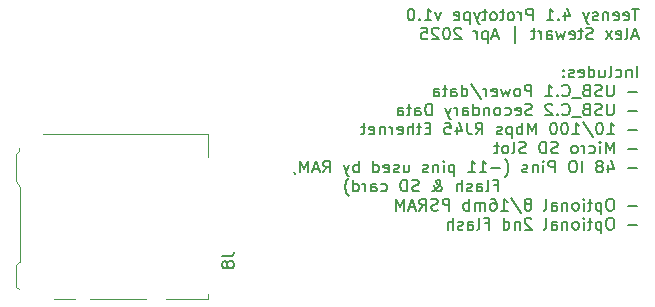
<source format=gbr>
%TF.GenerationSoftware,KiCad,Pcbnew,9.0.0*%
%TF.CreationDate,2025-04-18T01:08:42+10:00*%
%TF.ProjectId,Teensy_4.1_attempt_1,5465656e-7379-45f3-942e-315f61747465,rev?*%
%TF.SameCoordinates,Original*%
%TF.FileFunction,Legend,Bot*%
%TF.FilePolarity,Positive*%
%FSLAX46Y46*%
G04 Gerber Fmt 4.6, Leading zero omitted, Abs format (unit mm)*
G04 Created by KiCad (PCBNEW 9.0.0) date 2025-04-18 01:08:42*
%MOMM*%
%LPD*%
G01*
G04 APERTURE LIST*
%ADD10C,0.150000*%
%ADD11C,0.120000*%
G04 APERTURE END LIST*
D10*
X168486077Y-58870435D02*
X167914649Y-58870435D01*
X168200363Y-59870435D02*
X168200363Y-58870435D01*
X167200363Y-59822816D02*
X167295601Y-59870435D01*
X167295601Y-59870435D02*
X167486077Y-59870435D01*
X167486077Y-59870435D02*
X167581315Y-59822816D01*
X167581315Y-59822816D02*
X167628934Y-59727577D01*
X167628934Y-59727577D02*
X167628934Y-59346625D01*
X167628934Y-59346625D02*
X167581315Y-59251387D01*
X167581315Y-59251387D02*
X167486077Y-59203768D01*
X167486077Y-59203768D02*
X167295601Y-59203768D01*
X167295601Y-59203768D02*
X167200363Y-59251387D01*
X167200363Y-59251387D02*
X167152744Y-59346625D01*
X167152744Y-59346625D02*
X167152744Y-59441863D01*
X167152744Y-59441863D02*
X167628934Y-59537101D01*
X166343220Y-59822816D02*
X166438458Y-59870435D01*
X166438458Y-59870435D02*
X166628934Y-59870435D01*
X166628934Y-59870435D02*
X166724172Y-59822816D01*
X166724172Y-59822816D02*
X166771791Y-59727577D01*
X166771791Y-59727577D02*
X166771791Y-59346625D01*
X166771791Y-59346625D02*
X166724172Y-59251387D01*
X166724172Y-59251387D02*
X166628934Y-59203768D01*
X166628934Y-59203768D02*
X166438458Y-59203768D01*
X166438458Y-59203768D02*
X166343220Y-59251387D01*
X166343220Y-59251387D02*
X166295601Y-59346625D01*
X166295601Y-59346625D02*
X166295601Y-59441863D01*
X166295601Y-59441863D02*
X166771791Y-59537101D01*
X165867029Y-59203768D02*
X165867029Y-59870435D01*
X165867029Y-59299006D02*
X165819410Y-59251387D01*
X165819410Y-59251387D02*
X165724172Y-59203768D01*
X165724172Y-59203768D02*
X165581315Y-59203768D01*
X165581315Y-59203768D02*
X165486077Y-59251387D01*
X165486077Y-59251387D02*
X165438458Y-59346625D01*
X165438458Y-59346625D02*
X165438458Y-59870435D01*
X165009886Y-59822816D02*
X164914648Y-59870435D01*
X164914648Y-59870435D02*
X164724172Y-59870435D01*
X164724172Y-59870435D02*
X164628934Y-59822816D01*
X164628934Y-59822816D02*
X164581315Y-59727577D01*
X164581315Y-59727577D02*
X164581315Y-59679958D01*
X164581315Y-59679958D02*
X164628934Y-59584720D01*
X164628934Y-59584720D02*
X164724172Y-59537101D01*
X164724172Y-59537101D02*
X164867029Y-59537101D01*
X164867029Y-59537101D02*
X164962267Y-59489482D01*
X164962267Y-59489482D02*
X165009886Y-59394244D01*
X165009886Y-59394244D02*
X165009886Y-59346625D01*
X165009886Y-59346625D02*
X164962267Y-59251387D01*
X164962267Y-59251387D02*
X164867029Y-59203768D01*
X164867029Y-59203768D02*
X164724172Y-59203768D01*
X164724172Y-59203768D02*
X164628934Y-59251387D01*
X164247981Y-59203768D02*
X164009886Y-59870435D01*
X163771791Y-59203768D02*
X164009886Y-59870435D01*
X164009886Y-59870435D02*
X164105124Y-60108530D01*
X164105124Y-60108530D02*
X164152743Y-60156149D01*
X164152743Y-60156149D02*
X164247981Y-60203768D01*
X162200362Y-59203768D02*
X162200362Y-59870435D01*
X162438457Y-58822816D02*
X162676552Y-59537101D01*
X162676552Y-59537101D02*
X162057505Y-59537101D01*
X161676552Y-59775196D02*
X161628933Y-59822816D01*
X161628933Y-59822816D02*
X161676552Y-59870435D01*
X161676552Y-59870435D02*
X161724171Y-59822816D01*
X161724171Y-59822816D02*
X161676552Y-59775196D01*
X161676552Y-59775196D02*
X161676552Y-59870435D01*
X160676553Y-59870435D02*
X161247981Y-59870435D01*
X160962267Y-59870435D02*
X160962267Y-58870435D01*
X160962267Y-58870435D02*
X161057505Y-59013292D01*
X161057505Y-59013292D02*
X161152743Y-59108530D01*
X161152743Y-59108530D02*
X161247981Y-59156149D01*
X159486076Y-59870435D02*
X159486076Y-58870435D01*
X159486076Y-58870435D02*
X159105124Y-58870435D01*
X159105124Y-58870435D02*
X159009886Y-58918054D01*
X159009886Y-58918054D02*
X158962267Y-58965673D01*
X158962267Y-58965673D02*
X158914648Y-59060911D01*
X158914648Y-59060911D02*
X158914648Y-59203768D01*
X158914648Y-59203768D02*
X158962267Y-59299006D01*
X158962267Y-59299006D02*
X159009886Y-59346625D01*
X159009886Y-59346625D02*
X159105124Y-59394244D01*
X159105124Y-59394244D02*
X159486076Y-59394244D01*
X158486076Y-59870435D02*
X158486076Y-59203768D01*
X158486076Y-59394244D02*
X158438457Y-59299006D01*
X158438457Y-59299006D02*
X158390838Y-59251387D01*
X158390838Y-59251387D02*
X158295600Y-59203768D01*
X158295600Y-59203768D02*
X158200362Y-59203768D01*
X157724171Y-59870435D02*
X157819409Y-59822816D01*
X157819409Y-59822816D02*
X157867028Y-59775196D01*
X157867028Y-59775196D02*
X157914647Y-59679958D01*
X157914647Y-59679958D02*
X157914647Y-59394244D01*
X157914647Y-59394244D02*
X157867028Y-59299006D01*
X157867028Y-59299006D02*
X157819409Y-59251387D01*
X157819409Y-59251387D02*
X157724171Y-59203768D01*
X157724171Y-59203768D02*
X157581314Y-59203768D01*
X157581314Y-59203768D02*
X157486076Y-59251387D01*
X157486076Y-59251387D02*
X157438457Y-59299006D01*
X157438457Y-59299006D02*
X157390838Y-59394244D01*
X157390838Y-59394244D02*
X157390838Y-59679958D01*
X157390838Y-59679958D02*
X157438457Y-59775196D01*
X157438457Y-59775196D02*
X157486076Y-59822816D01*
X157486076Y-59822816D02*
X157581314Y-59870435D01*
X157581314Y-59870435D02*
X157724171Y-59870435D01*
X157105123Y-59203768D02*
X156724171Y-59203768D01*
X156962266Y-58870435D02*
X156962266Y-59727577D01*
X156962266Y-59727577D02*
X156914647Y-59822816D01*
X156914647Y-59822816D02*
X156819409Y-59870435D01*
X156819409Y-59870435D02*
X156724171Y-59870435D01*
X156247980Y-59870435D02*
X156343218Y-59822816D01*
X156343218Y-59822816D02*
X156390837Y-59775196D01*
X156390837Y-59775196D02*
X156438456Y-59679958D01*
X156438456Y-59679958D02*
X156438456Y-59394244D01*
X156438456Y-59394244D02*
X156390837Y-59299006D01*
X156390837Y-59299006D02*
X156343218Y-59251387D01*
X156343218Y-59251387D02*
X156247980Y-59203768D01*
X156247980Y-59203768D02*
X156105123Y-59203768D01*
X156105123Y-59203768D02*
X156009885Y-59251387D01*
X156009885Y-59251387D02*
X155962266Y-59299006D01*
X155962266Y-59299006D02*
X155914647Y-59394244D01*
X155914647Y-59394244D02*
X155914647Y-59679958D01*
X155914647Y-59679958D02*
X155962266Y-59775196D01*
X155962266Y-59775196D02*
X156009885Y-59822816D01*
X156009885Y-59822816D02*
X156105123Y-59870435D01*
X156105123Y-59870435D02*
X156247980Y-59870435D01*
X155628932Y-59203768D02*
X155247980Y-59203768D01*
X155486075Y-58870435D02*
X155486075Y-59727577D01*
X155486075Y-59727577D02*
X155438456Y-59822816D01*
X155438456Y-59822816D02*
X155343218Y-59870435D01*
X155343218Y-59870435D02*
X155247980Y-59870435D01*
X155009884Y-59203768D02*
X154771789Y-59870435D01*
X154533694Y-59203768D02*
X154771789Y-59870435D01*
X154771789Y-59870435D02*
X154867027Y-60108530D01*
X154867027Y-60108530D02*
X154914646Y-60156149D01*
X154914646Y-60156149D02*
X155009884Y-60203768D01*
X154152741Y-59203768D02*
X154152741Y-60203768D01*
X154152741Y-59251387D02*
X154057503Y-59203768D01*
X154057503Y-59203768D02*
X153867027Y-59203768D01*
X153867027Y-59203768D02*
X153771789Y-59251387D01*
X153771789Y-59251387D02*
X153724170Y-59299006D01*
X153724170Y-59299006D02*
X153676551Y-59394244D01*
X153676551Y-59394244D02*
X153676551Y-59679958D01*
X153676551Y-59679958D02*
X153724170Y-59775196D01*
X153724170Y-59775196D02*
X153771789Y-59822816D01*
X153771789Y-59822816D02*
X153867027Y-59870435D01*
X153867027Y-59870435D02*
X154057503Y-59870435D01*
X154057503Y-59870435D02*
X154152741Y-59822816D01*
X152867027Y-59822816D02*
X152962265Y-59870435D01*
X152962265Y-59870435D02*
X153152741Y-59870435D01*
X153152741Y-59870435D02*
X153247979Y-59822816D01*
X153247979Y-59822816D02*
X153295598Y-59727577D01*
X153295598Y-59727577D02*
X153295598Y-59346625D01*
X153295598Y-59346625D02*
X153247979Y-59251387D01*
X153247979Y-59251387D02*
X153152741Y-59203768D01*
X153152741Y-59203768D02*
X152962265Y-59203768D01*
X152962265Y-59203768D02*
X152867027Y-59251387D01*
X152867027Y-59251387D02*
X152819408Y-59346625D01*
X152819408Y-59346625D02*
X152819408Y-59441863D01*
X152819408Y-59441863D02*
X153295598Y-59537101D01*
X151724169Y-59203768D02*
X151486074Y-59870435D01*
X151486074Y-59870435D02*
X151247979Y-59203768D01*
X150343217Y-59870435D02*
X150914645Y-59870435D01*
X150628931Y-59870435D02*
X150628931Y-58870435D01*
X150628931Y-58870435D02*
X150724169Y-59013292D01*
X150724169Y-59013292D02*
X150819407Y-59108530D01*
X150819407Y-59108530D02*
X150914645Y-59156149D01*
X149914645Y-59775196D02*
X149867026Y-59822816D01*
X149867026Y-59822816D02*
X149914645Y-59870435D01*
X149914645Y-59870435D02*
X149962264Y-59822816D01*
X149962264Y-59822816D02*
X149914645Y-59775196D01*
X149914645Y-59775196D02*
X149914645Y-59870435D01*
X149247979Y-58870435D02*
X149152741Y-58870435D01*
X149152741Y-58870435D02*
X149057503Y-58918054D01*
X149057503Y-58918054D02*
X149009884Y-58965673D01*
X149009884Y-58965673D02*
X148962265Y-59060911D01*
X148962265Y-59060911D02*
X148914646Y-59251387D01*
X148914646Y-59251387D02*
X148914646Y-59489482D01*
X148914646Y-59489482D02*
X148962265Y-59679958D01*
X148962265Y-59679958D02*
X149009884Y-59775196D01*
X149009884Y-59775196D02*
X149057503Y-59822816D01*
X149057503Y-59822816D02*
X149152741Y-59870435D01*
X149152741Y-59870435D02*
X149247979Y-59870435D01*
X149247979Y-59870435D02*
X149343217Y-59822816D01*
X149343217Y-59822816D02*
X149390836Y-59775196D01*
X149390836Y-59775196D02*
X149438455Y-59679958D01*
X149438455Y-59679958D02*
X149486074Y-59489482D01*
X149486074Y-59489482D02*
X149486074Y-59251387D01*
X149486074Y-59251387D02*
X149438455Y-59060911D01*
X149438455Y-59060911D02*
X149390836Y-58965673D01*
X149390836Y-58965673D02*
X149343217Y-58918054D01*
X149343217Y-58918054D02*
X149247979Y-58870435D01*
X168390839Y-61194664D02*
X167914649Y-61194664D01*
X168486077Y-61480379D02*
X168152744Y-60480379D01*
X168152744Y-60480379D02*
X167819411Y-61480379D01*
X167343220Y-61480379D02*
X167438458Y-61432760D01*
X167438458Y-61432760D02*
X167486077Y-61337521D01*
X167486077Y-61337521D02*
X167486077Y-60480379D01*
X166581315Y-61432760D02*
X166676553Y-61480379D01*
X166676553Y-61480379D02*
X166867029Y-61480379D01*
X166867029Y-61480379D02*
X166962267Y-61432760D01*
X166962267Y-61432760D02*
X167009886Y-61337521D01*
X167009886Y-61337521D02*
X167009886Y-60956569D01*
X167009886Y-60956569D02*
X166962267Y-60861331D01*
X166962267Y-60861331D02*
X166867029Y-60813712D01*
X166867029Y-60813712D02*
X166676553Y-60813712D01*
X166676553Y-60813712D02*
X166581315Y-60861331D01*
X166581315Y-60861331D02*
X166533696Y-60956569D01*
X166533696Y-60956569D02*
X166533696Y-61051807D01*
X166533696Y-61051807D02*
X167009886Y-61147045D01*
X166200362Y-61480379D02*
X165676553Y-60813712D01*
X166200362Y-60813712D02*
X165676553Y-61480379D01*
X164581314Y-61432760D02*
X164438457Y-61480379D01*
X164438457Y-61480379D02*
X164200362Y-61480379D01*
X164200362Y-61480379D02*
X164105124Y-61432760D01*
X164105124Y-61432760D02*
X164057505Y-61385140D01*
X164057505Y-61385140D02*
X164009886Y-61289902D01*
X164009886Y-61289902D02*
X164009886Y-61194664D01*
X164009886Y-61194664D02*
X164057505Y-61099426D01*
X164057505Y-61099426D02*
X164105124Y-61051807D01*
X164105124Y-61051807D02*
X164200362Y-61004188D01*
X164200362Y-61004188D02*
X164390838Y-60956569D01*
X164390838Y-60956569D02*
X164486076Y-60908950D01*
X164486076Y-60908950D02*
X164533695Y-60861331D01*
X164533695Y-60861331D02*
X164581314Y-60766093D01*
X164581314Y-60766093D02*
X164581314Y-60670855D01*
X164581314Y-60670855D02*
X164533695Y-60575617D01*
X164533695Y-60575617D02*
X164486076Y-60527998D01*
X164486076Y-60527998D02*
X164390838Y-60480379D01*
X164390838Y-60480379D02*
X164152743Y-60480379D01*
X164152743Y-60480379D02*
X164009886Y-60527998D01*
X163724171Y-60813712D02*
X163343219Y-60813712D01*
X163581314Y-60480379D02*
X163581314Y-61337521D01*
X163581314Y-61337521D02*
X163533695Y-61432760D01*
X163533695Y-61432760D02*
X163438457Y-61480379D01*
X163438457Y-61480379D02*
X163343219Y-61480379D01*
X162628933Y-61432760D02*
X162724171Y-61480379D01*
X162724171Y-61480379D02*
X162914647Y-61480379D01*
X162914647Y-61480379D02*
X163009885Y-61432760D01*
X163009885Y-61432760D02*
X163057504Y-61337521D01*
X163057504Y-61337521D02*
X163057504Y-60956569D01*
X163057504Y-60956569D02*
X163009885Y-60861331D01*
X163009885Y-60861331D02*
X162914647Y-60813712D01*
X162914647Y-60813712D02*
X162724171Y-60813712D01*
X162724171Y-60813712D02*
X162628933Y-60861331D01*
X162628933Y-60861331D02*
X162581314Y-60956569D01*
X162581314Y-60956569D02*
X162581314Y-61051807D01*
X162581314Y-61051807D02*
X163057504Y-61147045D01*
X162247980Y-60813712D02*
X162057504Y-61480379D01*
X162057504Y-61480379D02*
X161867028Y-61004188D01*
X161867028Y-61004188D02*
X161676552Y-61480379D01*
X161676552Y-61480379D02*
X161486076Y-60813712D01*
X160676552Y-61480379D02*
X160676552Y-60956569D01*
X160676552Y-60956569D02*
X160724171Y-60861331D01*
X160724171Y-60861331D02*
X160819409Y-60813712D01*
X160819409Y-60813712D02*
X161009885Y-60813712D01*
X161009885Y-60813712D02*
X161105123Y-60861331D01*
X160676552Y-61432760D02*
X160771790Y-61480379D01*
X160771790Y-61480379D02*
X161009885Y-61480379D01*
X161009885Y-61480379D02*
X161105123Y-61432760D01*
X161105123Y-61432760D02*
X161152742Y-61337521D01*
X161152742Y-61337521D02*
X161152742Y-61242283D01*
X161152742Y-61242283D02*
X161105123Y-61147045D01*
X161105123Y-61147045D02*
X161009885Y-61099426D01*
X161009885Y-61099426D02*
X160771790Y-61099426D01*
X160771790Y-61099426D02*
X160676552Y-61051807D01*
X160200361Y-61480379D02*
X160200361Y-60813712D01*
X160200361Y-61004188D02*
X160152742Y-60908950D01*
X160152742Y-60908950D02*
X160105123Y-60861331D01*
X160105123Y-60861331D02*
X160009885Y-60813712D01*
X160009885Y-60813712D02*
X159914647Y-60813712D01*
X159724170Y-60813712D02*
X159343218Y-60813712D01*
X159581313Y-60480379D02*
X159581313Y-61337521D01*
X159581313Y-61337521D02*
X159533694Y-61432760D01*
X159533694Y-61432760D02*
X159438456Y-61480379D01*
X159438456Y-61480379D02*
X159343218Y-61480379D01*
X158009884Y-61813712D02*
X158009884Y-60385140D01*
X156581312Y-61194664D02*
X156105122Y-61194664D01*
X156676550Y-61480379D02*
X156343217Y-60480379D01*
X156343217Y-60480379D02*
X156009884Y-61480379D01*
X155676550Y-60813712D02*
X155676550Y-61813712D01*
X155676550Y-60861331D02*
X155581312Y-60813712D01*
X155581312Y-60813712D02*
X155390836Y-60813712D01*
X155390836Y-60813712D02*
X155295598Y-60861331D01*
X155295598Y-60861331D02*
X155247979Y-60908950D01*
X155247979Y-60908950D02*
X155200360Y-61004188D01*
X155200360Y-61004188D02*
X155200360Y-61289902D01*
X155200360Y-61289902D02*
X155247979Y-61385140D01*
X155247979Y-61385140D02*
X155295598Y-61432760D01*
X155295598Y-61432760D02*
X155390836Y-61480379D01*
X155390836Y-61480379D02*
X155581312Y-61480379D01*
X155581312Y-61480379D02*
X155676550Y-61432760D01*
X154771788Y-61480379D02*
X154771788Y-60813712D01*
X154771788Y-61004188D02*
X154724169Y-60908950D01*
X154724169Y-60908950D02*
X154676550Y-60861331D01*
X154676550Y-60861331D02*
X154581312Y-60813712D01*
X154581312Y-60813712D02*
X154486074Y-60813712D01*
X153438454Y-60575617D02*
X153390835Y-60527998D01*
X153390835Y-60527998D02*
X153295597Y-60480379D01*
X153295597Y-60480379D02*
X153057502Y-60480379D01*
X153057502Y-60480379D02*
X152962264Y-60527998D01*
X152962264Y-60527998D02*
X152914645Y-60575617D01*
X152914645Y-60575617D02*
X152867026Y-60670855D01*
X152867026Y-60670855D02*
X152867026Y-60766093D01*
X152867026Y-60766093D02*
X152914645Y-60908950D01*
X152914645Y-60908950D02*
X153486073Y-61480379D01*
X153486073Y-61480379D02*
X152867026Y-61480379D01*
X152247978Y-60480379D02*
X152152740Y-60480379D01*
X152152740Y-60480379D02*
X152057502Y-60527998D01*
X152057502Y-60527998D02*
X152009883Y-60575617D01*
X152009883Y-60575617D02*
X151962264Y-60670855D01*
X151962264Y-60670855D02*
X151914645Y-60861331D01*
X151914645Y-60861331D02*
X151914645Y-61099426D01*
X151914645Y-61099426D02*
X151962264Y-61289902D01*
X151962264Y-61289902D02*
X152009883Y-61385140D01*
X152009883Y-61385140D02*
X152057502Y-61432760D01*
X152057502Y-61432760D02*
X152152740Y-61480379D01*
X152152740Y-61480379D02*
X152247978Y-61480379D01*
X152247978Y-61480379D02*
X152343216Y-61432760D01*
X152343216Y-61432760D02*
X152390835Y-61385140D01*
X152390835Y-61385140D02*
X152438454Y-61289902D01*
X152438454Y-61289902D02*
X152486073Y-61099426D01*
X152486073Y-61099426D02*
X152486073Y-60861331D01*
X152486073Y-60861331D02*
X152438454Y-60670855D01*
X152438454Y-60670855D02*
X152390835Y-60575617D01*
X152390835Y-60575617D02*
X152343216Y-60527998D01*
X152343216Y-60527998D02*
X152247978Y-60480379D01*
X151533692Y-60575617D02*
X151486073Y-60527998D01*
X151486073Y-60527998D02*
X151390835Y-60480379D01*
X151390835Y-60480379D02*
X151152740Y-60480379D01*
X151152740Y-60480379D02*
X151057502Y-60527998D01*
X151057502Y-60527998D02*
X151009883Y-60575617D01*
X151009883Y-60575617D02*
X150962264Y-60670855D01*
X150962264Y-60670855D02*
X150962264Y-60766093D01*
X150962264Y-60766093D02*
X151009883Y-60908950D01*
X151009883Y-60908950D02*
X151581311Y-61480379D01*
X151581311Y-61480379D02*
X150962264Y-61480379D01*
X150057502Y-60480379D02*
X150533692Y-60480379D01*
X150533692Y-60480379D02*
X150581311Y-60956569D01*
X150581311Y-60956569D02*
X150533692Y-60908950D01*
X150533692Y-60908950D02*
X150438454Y-60861331D01*
X150438454Y-60861331D02*
X150200359Y-60861331D01*
X150200359Y-60861331D02*
X150105121Y-60908950D01*
X150105121Y-60908950D02*
X150057502Y-60956569D01*
X150057502Y-60956569D02*
X150009883Y-61051807D01*
X150009883Y-61051807D02*
X150009883Y-61289902D01*
X150009883Y-61289902D02*
X150057502Y-61385140D01*
X150057502Y-61385140D02*
X150105121Y-61432760D01*
X150105121Y-61432760D02*
X150200359Y-61480379D01*
X150200359Y-61480379D02*
X150438454Y-61480379D01*
X150438454Y-61480379D02*
X150533692Y-61432760D01*
X150533692Y-61432760D02*
X150581311Y-61385140D01*
X168343220Y-64700267D02*
X168343220Y-63700267D01*
X167867030Y-64033600D02*
X167867030Y-64700267D01*
X167867030Y-64128838D02*
X167819411Y-64081219D01*
X167819411Y-64081219D02*
X167724173Y-64033600D01*
X167724173Y-64033600D02*
X167581316Y-64033600D01*
X167581316Y-64033600D02*
X167486078Y-64081219D01*
X167486078Y-64081219D02*
X167438459Y-64176457D01*
X167438459Y-64176457D02*
X167438459Y-64700267D01*
X166533697Y-64652648D02*
X166628935Y-64700267D01*
X166628935Y-64700267D02*
X166819411Y-64700267D01*
X166819411Y-64700267D02*
X166914649Y-64652648D01*
X166914649Y-64652648D02*
X166962268Y-64605028D01*
X166962268Y-64605028D02*
X167009887Y-64509790D01*
X167009887Y-64509790D02*
X167009887Y-64224076D01*
X167009887Y-64224076D02*
X166962268Y-64128838D01*
X166962268Y-64128838D02*
X166914649Y-64081219D01*
X166914649Y-64081219D02*
X166819411Y-64033600D01*
X166819411Y-64033600D02*
X166628935Y-64033600D01*
X166628935Y-64033600D02*
X166533697Y-64081219D01*
X165962268Y-64700267D02*
X166057506Y-64652648D01*
X166057506Y-64652648D02*
X166105125Y-64557409D01*
X166105125Y-64557409D02*
X166105125Y-63700267D01*
X165152744Y-64033600D02*
X165152744Y-64700267D01*
X165581315Y-64033600D02*
X165581315Y-64557409D01*
X165581315Y-64557409D02*
X165533696Y-64652648D01*
X165533696Y-64652648D02*
X165438458Y-64700267D01*
X165438458Y-64700267D02*
X165295601Y-64700267D01*
X165295601Y-64700267D02*
X165200363Y-64652648D01*
X165200363Y-64652648D02*
X165152744Y-64605028D01*
X164247982Y-64700267D02*
X164247982Y-63700267D01*
X164247982Y-64652648D02*
X164343220Y-64700267D01*
X164343220Y-64700267D02*
X164533696Y-64700267D01*
X164533696Y-64700267D02*
X164628934Y-64652648D01*
X164628934Y-64652648D02*
X164676553Y-64605028D01*
X164676553Y-64605028D02*
X164724172Y-64509790D01*
X164724172Y-64509790D02*
X164724172Y-64224076D01*
X164724172Y-64224076D02*
X164676553Y-64128838D01*
X164676553Y-64128838D02*
X164628934Y-64081219D01*
X164628934Y-64081219D02*
X164533696Y-64033600D01*
X164533696Y-64033600D02*
X164343220Y-64033600D01*
X164343220Y-64033600D02*
X164247982Y-64081219D01*
X163390839Y-64652648D02*
X163486077Y-64700267D01*
X163486077Y-64700267D02*
X163676553Y-64700267D01*
X163676553Y-64700267D02*
X163771791Y-64652648D01*
X163771791Y-64652648D02*
X163819410Y-64557409D01*
X163819410Y-64557409D02*
X163819410Y-64176457D01*
X163819410Y-64176457D02*
X163771791Y-64081219D01*
X163771791Y-64081219D02*
X163676553Y-64033600D01*
X163676553Y-64033600D02*
X163486077Y-64033600D01*
X163486077Y-64033600D02*
X163390839Y-64081219D01*
X163390839Y-64081219D02*
X163343220Y-64176457D01*
X163343220Y-64176457D02*
X163343220Y-64271695D01*
X163343220Y-64271695D02*
X163819410Y-64366933D01*
X162962267Y-64652648D02*
X162867029Y-64700267D01*
X162867029Y-64700267D02*
X162676553Y-64700267D01*
X162676553Y-64700267D02*
X162581315Y-64652648D01*
X162581315Y-64652648D02*
X162533696Y-64557409D01*
X162533696Y-64557409D02*
X162533696Y-64509790D01*
X162533696Y-64509790D02*
X162581315Y-64414552D01*
X162581315Y-64414552D02*
X162676553Y-64366933D01*
X162676553Y-64366933D02*
X162819410Y-64366933D01*
X162819410Y-64366933D02*
X162914648Y-64319314D01*
X162914648Y-64319314D02*
X162962267Y-64224076D01*
X162962267Y-64224076D02*
X162962267Y-64176457D01*
X162962267Y-64176457D02*
X162914648Y-64081219D01*
X162914648Y-64081219D02*
X162819410Y-64033600D01*
X162819410Y-64033600D02*
X162676553Y-64033600D01*
X162676553Y-64033600D02*
X162581315Y-64081219D01*
X162105124Y-64605028D02*
X162057505Y-64652648D01*
X162057505Y-64652648D02*
X162105124Y-64700267D01*
X162105124Y-64700267D02*
X162152743Y-64652648D01*
X162152743Y-64652648D02*
X162105124Y-64605028D01*
X162105124Y-64605028D02*
X162105124Y-64700267D01*
X162105124Y-64081219D02*
X162057505Y-64128838D01*
X162057505Y-64128838D02*
X162105124Y-64176457D01*
X162105124Y-64176457D02*
X162152743Y-64128838D01*
X162152743Y-64128838D02*
X162105124Y-64081219D01*
X162105124Y-64081219D02*
X162105124Y-64176457D01*
X168343220Y-65929258D02*
X167581316Y-65929258D01*
X166343220Y-65310211D02*
X166343220Y-66119734D01*
X166343220Y-66119734D02*
X166295601Y-66214972D01*
X166295601Y-66214972D02*
X166247982Y-66262592D01*
X166247982Y-66262592D02*
X166152744Y-66310211D01*
X166152744Y-66310211D02*
X165962268Y-66310211D01*
X165962268Y-66310211D02*
X165867030Y-66262592D01*
X165867030Y-66262592D02*
X165819411Y-66214972D01*
X165819411Y-66214972D02*
X165771792Y-66119734D01*
X165771792Y-66119734D02*
X165771792Y-65310211D01*
X165343220Y-66262592D02*
X165200363Y-66310211D01*
X165200363Y-66310211D02*
X164962268Y-66310211D01*
X164962268Y-66310211D02*
X164867030Y-66262592D01*
X164867030Y-66262592D02*
X164819411Y-66214972D01*
X164819411Y-66214972D02*
X164771792Y-66119734D01*
X164771792Y-66119734D02*
X164771792Y-66024496D01*
X164771792Y-66024496D02*
X164819411Y-65929258D01*
X164819411Y-65929258D02*
X164867030Y-65881639D01*
X164867030Y-65881639D02*
X164962268Y-65834020D01*
X164962268Y-65834020D02*
X165152744Y-65786401D01*
X165152744Y-65786401D02*
X165247982Y-65738782D01*
X165247982Y-65738782D02*
X165295601Y-65691163D01*
X165295601Y-65691163D02*
X165343220Y-65595925D01*
X165343220Y-65595925D02*
X165343220Y-65500687D01*
X165343220Y-65500687D02*
X165295601Y-65405449D01*
X165295601Y-65405449D02*
X165247982Y-65357830D01*
X165247982Y-65357830D02*
X165152744Y-65310211D01*
X165152744Y-65310211D02*
X164914649Y-65310211D01*
X164914649Y-65310211D02*
X164771792Y-65357830D01*
X164009887Y-65786401D02*
X163867030Y-65834020D01*
X163867030Y-65834020D02*
X163819411Y-65881639D01*
X163819411Y-65881639D02*
X163771792Y-65976877D01*
X163771792Y-65976877D02*
X163771792Y-66119734D01*
X163771792Y-66119734D02*
X163819411Y-66214972D01*
X163819411Y-66214972D02*
X163867030Y-66262592D01*
X163867030Y-66262592D02*
X163962268Y-66310211D01*
X163962268Y-66310211D02*
X164343220Y-66310211D01*
X164343220Y-66310211D02*
X164343220Y-65310211D01*
X164343220Y-65310211D02*
X164009887Y-65310211D01*
X164009887Y-65310211D02*
X163914649Y-65357830D01*
X163914649Y-65357830D02*
X163867030Y-65405449D01*
X163867030Y-65405449D02*
X163819411Y-65500687D01*
X163819411Y-65500687D02*
X163819411Y-65595925D01*
X163819411Y-65595925D02*
X163867030Y-65691163D01*
X163867030Y-65691163D02*
X163914649Y-65738782D01*
X163914649Y-65738782D02*
X164009887Y-65786401D01*
X164009887Y-65786401D02*
X164343220Y-65786401D01*
X163581316Y-66405449D02*
X162819411Y-66405449D01*
X162009887Y-66214972D02*
X162057506Y-66262592D01*
X162057506Y-66262592D02*
X162200363Y-66310211D01*
X162200363Y-66310211D02*
X162295601Y-66310211D01*
X162295601Y-66310211D02*
X162438458Y-66262592D01*
X162438458Y-66262592D02*
X162533696Y-66167353D01*
X162533696Y-66167353D02*
X162581315Y-66072115D01*
X162581315Y-66072115D02*
X162628934Y-65881639D01*
X162628934Y-65881639D02*
X162628934Y-65738782D01*
X162628934Y-65738782D02*
X162581315Y-65548306D01*
X162581315Y-65548306D02*
X162533696Y-65453068D01*
X162533696Y-65453068D02*
X162438458Y-65357830D01*
X162438458Y-65357830D02*
X162295601Y-65310211D01*
X162295601Y-65310211D02*
X162200363Y-65310211D01*
X162200363Y-65310211D02*
X162057506Y-65357830D01*
X162057506Y-65357830D02*
X162009887Y-65405449D01*
X161581315Y-66214972D02*
X161533696Y-66262592D01*
X161533696Y-66262592D02*
X161581315Y-66310211D01*
X161581315Y-66310211D02*
X161628934Y-66262592D01*
X161628934Y-66262592D02*
X161581315Y-66214972D01*
X161581315Y-66214972D02*
X161581315Y-66310211D01*
X160581316Y-66310211D02*
X161152744Y-66310211D01*
X160867030Y-66310211D02*
X160867030Y-65310211D01*
X160867030Y-65310211D02*
X160962268Y-65453068D01*
X160962268Y-65453068D02*
X161057506Y-65548306D01*
X161057506Y-65548306D02*
X161152744Y-65595925D01*
X159390839Y-66310211D02*
X159390839Y-65310211D01*
X159390839Y-65310211D02*
X159009887Y-65310211D01*
X159009887Y-65310211D02*
X158914649Y-65357830D01*
X158914649Y-65357830D02*
X158867030Y-65405449D01*
X158867030Y-65405449D02*
X158819411Y-65500687D01*
X158819411Y-65500687D02*
X158819411Y-65643544D01*
X158819411Y-65643544D02*
X158867030Y-65738782D01*
X158867030Y-65738782D02*
X158914649Y-65786401D01*
X158914649Y-65786401D02*
X159009887Y-65834020D01*
X159009887Y-65834020D02*
X159390839Y-65834020D01*
X158247982Y-66310211D02*
X158343220Y-66262592D01*
X158343220Y-66262592D02*
X158390839Y-66214972D01*
X158390839Y-66214972D02*
X158438458Y-66119734D01*
X158438458Y-66119734D02*
X158438458Y-65834020D01*
X158438458Y-65834020D02*
X158390839Y-65738782D01*
X158390839Y-65738782D02*
X158343220Y-65691163D01*
X158343220Y-65691163D02*
X158247982Y-65643544D01*
X158247982Y-65643544D02*
X158105125Y-65643544D01*
X158105125Y-65643544D02*
X158009887Y-65691163D01*
X158009887Y-65691163D02*
X157962268Y-65738782D01*
X157962268Y-65738782D02*
X157914649Y-65834020D01*
X157914649Y-65834020D02*
X157914649Y-66119734D01*
X157914649Y-66119734D02*
X157962268Y-66214972D01*
X157962268Y-66214972D02*
X158009887Y-66262592D01*
X158009887Y-66262592D02*
X158105125Y-66310211D01*
X158105125Y-66310211D02*
X158247982Y-66310211D01*
X157581315Y-65643544D02*
X157390839Y-66310211D01*
X157390839Y-66310211D02*
X157200363Y-65834020D01*
X157200363Y-65834020D02*
X157009887Y-66310211D01*
X157009887Y-66310211D02*
X156819411Y-65643544D01*
X156057506Y-66262592D02*
X156152744Y-66310211D01*
X156152744Y-66310211D02*
X156343220Y-66310211D01*
X156343220Y-66310211D02*
X156438458Y-66262592D01*
X156438458Y-66262592D02*
X156486077Y-66167353D01*
X156486077Y-66167353D02*
X156486077Y-65786401D01*
X156486077Y-65786401D02*
X156438458Y-65691163D01*
X156438458Y-65691163D02*
X156343220Y-65643544D01*
X156343220Y-65643544D02*
X156152744Y-65643544D01*
X156152744Y-65643544D02*
X156057506Y-65691163D01*
X156057506Y-65691163D02*
X156009887Y-65786401D01*
X156009887Y-65786401D02*
X156009887Y-65881639D01*
X156009887Y-65881639D02*
X156486077Y-65976877D01*
X155581315Y-66310211D02*
X155581315Y-65643544D01*
X155581315Y-65834020D02*
X155533696Y-65738782D01*
X155533696Y-65738782D02*
X155486077Y-65691163D01*
X155486077Y-65691163D02*
X155390839Y-65643544D01*
X155390839Y-65643544D02*
X155295601Y-65643544D01*
X154247982Y-65262592D02*
X155105124Y-66548306D01*
X153486077Y-66310211D02*
X153486077Y-65310211D01*
X153486077Y-66262592D02*
X153581315Y-66310211D01*
X153581315Y-66310211D02*
X153771791Y-66310211D01*
X153771791Y-66310211D02*
X153867029Y-66262592D01*
X153867029Y-66262592D02*
X153914648Y-66214972D01*
X153914648Y-66214972D02*
X153962267Y-66119734D01*
X153962267Y-66119734D02*
X153962267Y-65834020D01*
X153962267Y-65834020D02*
X153914648Y-65738782D01*
X153914648Y-65738782D02*
X153867029Y-65691163D01*
X153867029Y-65691163D02*
X153771791Y-65643544D01*
X153771791Y-65643544D02*
X153581315Y-65643544D01*
X153581315Y-65643544D02*
X153486077Y-65691163D01*
X152581315Y-66310211D02*
X152581315Y-65786401D01*
X152581315Y-65786401D02*
X152628934Y-65691163D01*
X152628934Y-65691163D02*
X152724172Y-65643544D01*
X152724172Y-65643544D02*
X152914648Y-65643544D01*
X152914648Y-65643544D02*
X153009886Y-65691163D01*
X152581315Y-66262592D02*
X152676553Y-66310211D01*
X152676553Y-66310211D02*
X152914648Y-66310211D01*
X152914648Y-66310211D02*
X153009886Y-66262592D01*
X153009886Y-66262592D02*
X153057505Y-66167353D01*
X153057505Y-66167353D02*
X153057505Y-66072115D01*
X153057505Y-66072115D02*
X153009886Y-65976877D01*
X153009886Y-65976877D02*
X152914648Y-65929258D01*
X152914648Y-65929258D02*
X152676553Y-65929258D01*
X152676553Y-65929258D02*
X152581315Y-65881639D01*
X152247981Y-65643544D02*
X151867029Y-65643544D01*
X152105124Y-65310211D02*
X152105124Y-66167353D01*
X152105124Y-66167353D02*
X152057505Y-66262592D01*
X152057505Y-66262592D02*
X151962267Y-66310211D01*
X151962267Y-66310211D02*
X151867029Y-66310211D01*
X151105124Y-66310211D02*
X151105124Y-65786401D01*
X151105124Y-65786401D02*
X151152743Y-65691163D01*
X151152743Y-65691163D02*
X151247981Y-65643544D01*
X151247981Y-65643544D02*
X151438457Y-65643544D01*
X151438457Y-65643544D02*
X151533695Y-65691163D01*
X151105124Y-66262592D02*
X151200362Y-66310211D01*
X151200362Y-66310211D02*
X151438457Y-66310211D01*
X151438457Y-66310211D02*
X151533695Y-66262592D01*
X151533695Y-66262592D02*
X151581314Y-66167353D01*
X151581314Y-66167353D02*
X151581314Y-66072115D01*
X151581314Y-66072115D02*
X151533695Y-65976877D01*
X151533695Y-65976877D02*
X151438457Y-65929258D01*
X151438457Y-65929258D02*
X151200362Y-65929258D01*
X151200362Y-65929258D02*
X151105124Y-65881639D01*
X168343220Y-67539202D02*
X167581316Y-67539202D01*
X166343220Y-66920155D02*
X166343220Y-67729678D01*
X166343220Y-67729678D02*
X166295601Y-67824916D01*
X166295601Y-67824916D02*
X166247982Y-67872536D01*
X166247982Y-67872536D02*
X166152744Y-67920155D01*
X166152744Y-67920155D02*
X165962268Y-67920155D01*
X165962268Y-67920155D02*
X165867030Y-67872536D01*
X165867030Y-67872536D02*
X165819411Y-67824916D01*
X165819411Y-67824916D02*
X165771792Y-67729678D01*
X165771792Y-67729678D02*
X165771792Y-66920155D01*
X165343220Y-67872536D02*
X165200363Y-67920155D01*
X165200363Y-67920155D02*
X164962268Y-67920155D01*
X164962268Y-67920155D02*
X164867030Y-67872536D01*
X164867030Y-67872536D02*
X164819411Y-67824916D01*
X164819411Y-67824916D02*
X164771792Y-67729678D01*
X164771792Y-67729678D02*
X164771792Y-67634440D01*
X164771792Y-67634440D02*
X164819411Y-67539202D01*
X164819411Y-67539202D02*
X164867030Y-67491583D01*
X164867030Y-67491583D02*
X164962268Y-67443964D01*
X164962268Y-67443964D02*
X165152744Y-67396345D01*
X165152744Y-67396345D02*
X165247982Y-67348726D01*
X165247982Y-67348726D02*
X165295601Y-67301107D01*
X165295601Y-67301107D02*
X165343220Y-67205869D01*
X165343220Y-67205869D02*
X165343220Y-67110631D01*
X165343220Y-67110631D02*
X165295601Y-67015393D01*
X165295601Y-67015393D02*
X165247982Y-66967774D01*
X165247982Y-66967774D02*
X165152744Y-66920155D01*
X165152744Y-66920155D02*
X164914649Y-66920155D01*
X164914649Y-66920155D02*
X164771792Y-66967774D01*
X164009887Y-67396345D02*
X163867030Y-67443964D01*
X163867030Y-67443964D02*
X163819411Y-67491583D01*
X163819411Y-67491583D02*
X163771792Y-67586821D01*
X163771792Y-67586821D02*
X163771792Y-67729678D01*
X163771792Y-67729678D02*
X163819411Y-67824916D01*
X163819411Y-67824916D02*
X163867030Y-67872536D01*
X163867030Y-67872536D02*
X163962268Y-67920155D01*
X163962268Y-67920155D02*
X164343220Y-67920155D01*
X164343220Y-67920155D02*
X164343220Y-66920155D01*
X164343220Y-66920155D02*
X164009887Y-66920155D01*
X164009887Y-66920155D02*
X163914649Y-66967774D01*
X163914649Y-66967774D02*
X163867030Y-67015393D01*
X163867030Y-67015393D02*
X163819411Y-67110631D01*
X163819411Y-67110631D02*
X163819411Y-67205869D01*
X163819411Y-67205869D02*
X163867030Y-67301107D01*
X163867030Y-67301107D02*
X163914649Y-67348726D01*
X163914649Y-67348726D02*
X164009887Y-67396345D01*
X164009887Y-67396345D02*
X164343220Y-67396345D01*
X163581316Y-68015393D02*
X162819411Y-68015393D01*
X162009887Y-67824916D02*
X162057506Y-67872536D01*
X162057506Y-67872536D02*
X162200363Y-67920155D01*
X162200363Y-67920155D02*
X162295601Y-67920155D01*
X162295601Y-67920155D02*
X162438458Y-67872536D01*
X162438458Y-67872536D02*
X162533696Y-67777297D01*
X162533696Y-67777297D02*
X162581315Y-67682059D01*
X162581315Y-67682059D02*
X162628934Y-67491583D01*
X162628934Y-67491583D02*
X162628934Y-67348726D01*
X162628934Y-67348726D02*
X162581315Y-67158250D01*
X162581315Y-67158250D02*
X162533696Y-67063012D01*
X162533696Y-67063012D02*
X162438458Y-66967774D01*
X162438458Y-66967774D02*
X162295601Y-66920155D01*
X162295601Y-66920155D02*
X162200363Y-66920155D01*
X162200363Y-66920155D02*
X162057506Y-66967774D01*
X162057506Y-66967774D02*
X162009887Y-67015393D01*
X161581315Y-67824916D02*
X161533696Y-67872536D01*
X161533696Y-67872536D02*
X161581315Y-67920155D01*
X161581315Y-67920155D02*
X161628934Y-67872536D01*
X161628934Y-67872536D02*
X161581315Y-67824916D01*
X161581315Y-67824916D02*
X161581315Y-67920155D01*
X161152744Y-67015393D02*
X161105125Y-66967774D01*
X161105125Y-66967774D02*
X161009887Y-66920155D01*
X161009887Y-66920155D02*
X160771792Y-66920155D01*
X160771792Y-66920155D02*
X160676554Y-66967774D01*
X160676554Y-66967774D02*
X160628935Y-67015393D01*
X160628935Y-67015393D02*
X160581316Y-67110631D01*
X160581316Y-67110631D02*
X160581316Y-67205869D01*
X160581316Y-67205869D02*
X160628935Y-67348726D01*
X160628935Y-67348726D02*
X161200363Y-67920155D01*
X161200363Y-67920155D02*
X160581316Y-67920155D01*
X159438458Y-67872536D02*
X159295601Y-67920155D01*
X159295601Y-67920155D02*
X159057506Y-67920155D01*
X159057506Y-67920155D02*
X158962268Y-67872536D01*
X158962268Y-67872536D02*
X158914649Y-67824916D01*
X158914649Y-67824916D02*
X158867030Y-67729678D01*
X158867030Y-67729678D02*
X158867030Y-67634440D01*
X158867030Y-67634440D02*
X158914649Y-67539202D01*
X158914649Y-67539202D02*
X158962268Y-67491583D01*
X158962268Y-67491583D02*
X159057506Y-67443964D01*
X159057506Y-67443964D02*
X159247982Y-67396345D01*
X159247982Y-67396345D02*
X159343220Y-67348726D01*
X159343220Y-67348726D02*
X159390839Y-67301107D01*
X159390839Y-67301107D02*
X159438458Y-67205869D01*
X159438458Y-67205869D02*
X159438458Y-67110631D01*
X159438458Y-67110631D02*
X159390839Y-67015393D01*
X159390839Y-67015393D02*
X159343220Y-66967774D01*
X159343220Y-66967774D02*
X159247982Y-66920155D01*
X159247982Y-66920155D02*
X159009887Y-66920155D01*
X159009887Y-66920155D02*
X158867030Y-66967774D01*
X158057506Y-67872536D02*
X158152744Y-67920155D01*
X158152744Y-67920155D02*
X158343220Y-67920155D01*
X158343220Y-67920155D02*
X158438458Y-67872536D01*
X158438458Y-67872536D02*
X158486077Y-67777297D01*
X158486077Y-67777297D02*
X158486077Y-67396345D01*
X158486077Y-67396345D02*
X158438458Y-67301107D01*
X158438458Y-67301107D02*
X158343220Y-67253488D01*
X158343220Y-67253488D02*
X158152744Y-67253488D01*
X158152744Y-67253488D02*
X158057506Y-67301107D01*
X158057506Y-67301107D02*
X158009887Y-67396345D01*
X158009887Y-67396345D02*
X158009887Y-67491583D01*
X158009887Y-67491583D02*
X158486077Y-67586821D01*
X157152744Y-67872536D02*
X157247982Y-67920155D01*
X157247982Y-67920155D02*
X157438458Y-67920155D01*
X157438458Y-67920155D02*
X157533696Y-67872536D01*
X157533696Y-67872536D02*
X157581315Y-67824916D01*
X157581315Y-67824916D02*
X157628934Y-67729678D01*
X157628934Y-67729678D02*
X157628934Y-67443964D01*
X157628934Y-67443964D02*
X157581315Y-67348726D01*
X157581315Y-67348726D02*
X157533696Y-67301107D01*
X157533696Y-67301107D02*
X157438458Y-67253488D01*
X157438458Y-67253488D02*
X157247982Y-67253488D01*
X157247982Y-67253488D02*
X157152744Y-67301107D01*
X156581315Y-67920155D02*
X156676553Y-67872536D01*
X156676553Y-67872536D02*
X156724172Y-67824916D01*
X156724172Y-67824916D02*
X156771791Y-67729678D01*
X156771791Y-67729678D02*
X156771791Y-67443964D01*
X156771791Y-67443964D02*
X156724172Y-67348726D01*
X156724172Y-67348726D02*
X156676553Y-67301107D01*
X156676553Y-67301107D02*
X156581315Y-67253488D01*
X156581315Y-67253488D02*
X156438458Y-67253488D01*
X156438458Y-67253488D02*
X156343220Y-67301107D01*
X156343220Y-67301107D02*
X156295601Y-67348726D01*
X156295601Y-67348726D02*
X156247982Y-67443964D01*
X156247982Y-67443964D02*
X156247982Y-67729678D01*
X156247982Y-67729678D02*
X156295601Y-67824916D01*
X156295601Y-67824916D02*
X156343220Y-67872536D01*
X156343220Y-67872536D02*
X156438458Y-67920155D01*
X156438458Y-67920155D02*
X156581315Y-67920155D01*
X155819410Y-67253488D02*
X155819410Y-67920155D01*
X155819410Y-67348726D02*
X155771791Y-67301107D01*
X155771791Y-67301107D02*
X155676553Y-67253488D01*
X155676553Y-67253488D02*
X155533696Y-67253488D01*
X155533696Y-67253488D02*
X155438458Y-67301107D01*
X155438458Y-67301107D02*
X155390839Y-67396345D01*
X155390839Y-67396345D02*
X155390839Y-67920155D01*
X154486077Y-67920155D02*
X154486077Y-66920155D01*
X154486077Y-67872536D02*
X154581315Y-67920155D01*
X154581315Y-67920155D02*
X154771791Y-67920155D01*
X154771791Y-67920155D02*
X154867029Y-67872536D01*
X154867029Y-67872536D02*
X154914648Y-67824916D01*
X154914648Y-67824916D02*
X154962267Y-67729678D01*
X154962267Y-67729678D02*
X154962267Y-67443964D01*
X154962267Y-67443964D02*
X154914648Y-67348726D01*
X154914648Y-67348726D02*
X154867029Y-67301107D01*
X154867029Y-67301107D02*
X154771791Y-67253488D01*
X154771791Y-67253488D02*
X154581315Y-67253488D01*
X154581315Y-67253488D02*
X154486077Y-67301107D01*
X153581315Y-67920155D02*
X153581315Y-67396345D01*
X153581315Y-67396345D02*
X153628934Y-67301107D01*
X153628934Y-67301107D02*
X153724172Y-67253488D01*
X153724172Y-67253488D02*
X153914648Y-67253488D01*
X153914648Y-67253488D02*
X154009886Y-67301107D01*
X153581315Y-67872536D02*
X153676553Y-67920155D01*
X153676553Y-67920155D02*
X153914648Y-67920155D01*
X153914648Y-67920155D02*
X154009886Y-67872536D01*
X154009886Y-67872536D02*
X154057505Y-67777297D01*
X154057505Y-67777297D02*
X154057505Y-67682059D01*
X154057505Y-67682059D02*
X154009886Y-67586821D01*
X154009886Y-67586821D02*
X153914648Y-67539202D01*
X153914648Y-67539202D02*
X153676553Y-67539202D01*
X153676553Y-67539202D02*
X153581315Y-67491583D01*
X153105124Y-67920155D02*
X153105124Y-67253488D01*
X153105124Y-67443964D02*
X153057505Y-67348726D01*
X153057505Y-67348726D02*
X153009886Y-67301107D01*
X153009886Y-67301107D02*
X152914648Y-67253488D01*
X152914648Y-67253488D02*
X152819410Y-67253488D01*
X152581314Y-67253488D02*
X152343219Y-67920155D01*
X152105124Y-67253488D02*
X152343219Y-67920155D01*
X152343219Y-67920155D02*
X152438457Y-68158250D01*
X152438457Y-68158250D02*
X152486076Y-68205869D01*
X152486076Y-68205869D02*
X152581314Y-68253488D01*
X150962266Y-67920155D02*
X150962266Y-66920155D01*
X150962266Y-66920155D02*
X150724171Y-66920155D01*
X150724171Y-66920155D02*
X150581314Y-66967774D01*
X150581314Y-66967774D02*
X150486076Y-67063012D01*
X150486076Y-67063012D02*
X150438457Y-67158250D01*
X150438457Y-67158250D02*
X150390838Y-67348726D01*
X150390838Y-67348726D02*
X150390838Y-67491583D01*
X150390838Y-67491583D02*
X150438457Y-67682059D01*
X150438457Y-67682059D02*
X150486076Y-67777297D01*
X150486076Y-67777297D02*
X150581314Y-67872536D01*
X150581314Y-67872536D02*
X150724171Y-67920155D01*
X150724171Y-67920155D02*
X150962266Y-67920155D01*
X149533695Y-67920155D02*
X149533695Y-67396345D01*
X149533695Y-67396345D02*
X149581314Y-67301107D01*
X149581314Y-67301107D02*
X149676552Y-67253488D01*
X149676552Y-67253488D02*
X149867028Y-67253488D01*
X149867028Y-67253488D02*
X149962266Y-67301107D01*
X149533695Y-67872536D02*
X149628933Y-67920155D01*
X149628933Y-67920155D02*
X149867028Y-67920155D01*
X149867028Y-67920155D02*
X149962266Y-67872536D01*
X149962266Y-67872536D02*
X150009885Y-67777297D01*
X150009885Y-67777297D02*
X150009885Y-67682059D01*
X150009885Y-67682059D02*
X149962266Y-67586821D01*
X149962266Y-67586821D02*
X149867028Y-67539202D01*
X149867028Y-67539202D02*
X149628933Y-67539202D01*
X149628933Y-67539202D02*
X149533695Y-67491583D01*
X149200361Y-67253488D02*
X148819409Y-67253488D01*
X149057504Y-66920155D02*
X149057504Y-67777297D01*
X149057504Y-67777297D02*
X149009885Y-67872536D01*
X149009885Y-67872536D02*
X148914647Y-67920155D01*
X148914647Y-67920155D02*
X148819409Y-67920155D01*
X148057504Y-67920155D02*
X148057504Y-67396345D01*
X148057504Y-67396345D02*
X148105123Y-67301107D01*
X148105123Y-67301107D02*
X148200361Y-67253488D01*
X148200361Y-67253488D02*
X148390837Y-67253488D01*
X148390837Y-67253488D02*
X148486075Y-67301107D01*
X148057504Y-67872536D02*
X148152742Y-67920155D01*
X148152742Y-67920155D02*
X148390837Y-67920155D01*
X148390837Y-67920155D02*
X148486075Y-67872536D01*
X148486075Y-67872536D02*
X148533694Y-67777297D01*
X148533694Y-67777297D02*
X148533694Y-67682059D01*
X148533694Y-67682059D02*
X148486075Y-67586821D01*
X148486075Y-67586821D02*
X148390837Y-67539202D01*
X148390837Y-67539202D02*
X148152742Y-67539202D01*
X148152742Y-67539202D02*
X148057504Y-67491583D01*
X168343220Y-69149146D02*
X167581316Y-69149146D01*
X165819411Y-69530099D02*
X166390839Y-69530099D01*
X166105125Y-69530099D02*
X166105125Y-68530099D01*
X166105125Y-68530099D02*
X166200363Y-68672956D01*
X166200363Y-68672956D02*
X166295601Y-68768194D01*
X166295601Y-68768194D02*
X166390839Y-68815813D01*
X165200363Y-68530099D02*
X165105125Y-68530099D01*
X165105125Y-68530099D02*
X165009887Y-68577718D01*
X165009887Y-68577718D02*
X164962268Y-68625337D01*
X164962268Y-68625337D02*
X164914649Y-68720575D01*
X164914649Y-68720575D02*
X164867030Y-68911051D01*
X164867030Y-68911051D02*
X164867030Y-69149146D01*
X164867030Y-69149146D02*
X164914649Y-69339622D01*
X164914649Y-69339622D02*
X164962268Y-69434860D01*
X164962268Y-69434860D02*
X165009887Y-69482480D01*
X165009887Y-69482480D02*
X165105125Y-69530099D01*
X165105125Y-69530099D02*
X165200363Y-69530099D01*
X165200363Y-69530099D02*
X165295601Y-69482480D01*
X165295601Y-69482480D02*
X165343220Y-69434860D01*
X165343220Y-69434860D02*
X165390839Y-69339622D01*
X165390839Y-69339622D02*
X165438458Y-69149146D01*
X165438458Y-69149146D02*
X165438458Y-68911051D01*
X165438458Y-68911051D02*
X165390839Y-68720575D01*
X165390839Y-68720575D02*
X165343220Y-68625337D01*
X165343220Y-68625337D02*
X165295601Y-68577718D01*
X165295601Y-68577718D02*
X165200363Y-68530099D01*
X163724173Y-68482480D02*
X164581315Y-69768194D01*
X162867030Y-69530099D02*
X163438458Y-69530099D01*
X163152744Y-69530099D02*
X163152744Y-68530099D01*
X163152744Y-68530099D02*
X163247982Y-68672956D01*
X163247982Y-68672956D02*
X163343220Y-68768194D01*
X163343220Y-68768194D02*
X163438458Y-68815813D01*
X162247982Y-68530099D02*
X162152744Y-68530099D01*
X162152744Y-68530099D02*
X162057506Y-68577718D01*
X162057506Y-68577718D02*
X162009887Y-68625337D01*
X162009887Y-68625337D02*
X161962268Y-68720575D01*
X161962268Y-68720575D02*
X161914649Y-68911051D01*
X161914649Y-68911051D02*
X161914649Y-69149146D01*
X161914649Y-69149146D02*
X161962268Y-69339622D01*
X161962268Y-69339622D02*
X162009887Y-69434860D01*
X162009887Y-69434860D02*
X162057506Y-69482480D01*
X162057506Y-69482480D02*
X162152744Y-69530099D01*
X162152744Y-69530099D02*
X162247982Y-69530099D01*
X162247982Y-69530099D02*
X162343220Y-69482480D01*
X162343220Y-69482480D02*
X162390839Y-69434860D01*
X162390839Y-69434860D02*
X162438458Y-69339622D01*
X162438458Y-69339622D02*
X162486077Y-69149146D01*
X162486077Y-69149146D02*
X162486077Y-68911051D01*
X162486077Y-68911051D02*
X162438458Y-68720575D01*
X162438458Y-68720575D02*
X162390839Y-68625337D01*
X162390839Y-68625337D02*
X162343220Y-68577718D01*
X162343220Y-68577718D02*
X162247982Y-68530099D01*
X161295601Y-68530099D02*
X161200363Y-68530099D01*
X161200363Y-68530099D02*
X161105125Y-68577718D01*
X161105125Y-68577718D02*
X161057506Y-68625337D01*
X161057506Y-68625337D02*
X161009887Y-68720575D01*
X161009887Y-68720575D02*
X160962268Y-68911051D01*
X160962268Y-68911051D02*
X160962268Y-69149146D01*
X160962268Y-69149146D02*
X161009887Y-69339622D01*
X161009887Y-69339622D02*
X161057506Y-69434860D01*
X161057506Y-69434860D02*
X161105125Y-69482480D01*
X161105125Y-69482480D02*
X161200363Y-69530099D01*
X161200363Y-69530099D02*
X161295601Y-69530099D01*
X161295601Y-69530099D02*
X161390839Y-69482480D01*
X161390839Y-69482480D02*
X161438458Y-69434860D01*
X161438458Y-69434860D02*
X161486077Y-69339622D01*
X161486077Y-69339622D02*
X161533696Y-69149146D01*
X161533696Y-69149146D02*
X161533696Y-68911051D01*
X161533696Y-68911051D02*
X161486077Y-68720575D01*
X161486077Y-68720575D02*
X161438458Y-68625337D01*
X161438458Y-68625337D02*
X161390839Y-68577718D01*
X161390839Y-68577718D02*
X161295601Y-68530099D01*
X159771791Y-69530099D02*
X159771791Y-68530099D01*
X159771791Y-68530099D02*
X159438458Y-69244384D01*
X159438458Y-69244384D02*
X159105125Y-68530099D01*
X159105125Y-68530099D02*
X159105125Y-69530099D01*
X158628934Y-69530099D02*
X158628934Y-68530099D01*
X158628934Y-68911051D02*
X158533696Y-68863432D01*
X158533696Y-68863432D02*
X158343220Y-68863432D01*
X158343220Y-68863432D02*
X158247982Y-68911051D01*
X158247982Y-68911051D02*
X158200363Y-68958670D01*
X158200363Y-68958670D02*
X158152744Y-69053908D01*
X158152744Y-69053908D02*
X158152744Y-69339622D01*
X158152744Y-69339622D02*
X158200363Y-69434860D01*
X158200363Y-69434860D02*
X158247982Y-69482480D01*
X158247982Y-69482480D02*
X158343220Y-69530099D01*
X158343220Y-69530099D02*
X158533696Y-69530099D01*
X158533696Y-69530099D02*
X158628934Y-69482480D01*
X157724172Y-68863432D02*
X157724172Y-69863432D01*
X157724172Y-68911051D02*
X157628934Y-68863432D01*
X157628934Y-68863432D02*
X157438458Y-68863432D01*
X157438458Y-68863432D02*
X157343220Y-68911051D01*
X157343220Y-68911051D02*
X157295601Y-68958670D01*
X157295601Y-68958670D02*
X157247982Y-69053908D01*
X157247982Y-69053908D02*
X157247982Y-69339622D01*
X157247982Y-69339622D02*
X157295601Y-69434860D01*
X157295601Y-69434860D02*
X157343220Y-69482480D01*
X157343220Y-69482480D02*
X157438458Y-69530099D01*
X157438458Y-69530099D02*
X157628934Y-69530099D01*
X157628934Y-69530099D02*
X157724172Y-69482480D01*
X156867029Y-69482480D02*
X156771791Y-69530099D01*
X156771791Y-69530099D02*
X156581315Y-69530099D01*
X156581315Y-69530099D02*
X156486077Y-69482480D01*
X156486077Y-69482480D02*
X156438458Y-69387241D01*
X156438458Y-69387241D02*
X156438458Y-69339622D01*
X156438458Y-69339622D02*
X156486077Y-69244384D01*
X156486077Y-69244384D02*
X156581315Y-69196765D01*
X156581315Y-69196765D02*
X156724172Y-69196765D01*
X156724172Y-69196765D02*
X156819410Y-69149146D01*
X156819410Y-69149146D02*
X156867029Y-69053908D01*
X156867029Y-69053908D02*
X156867029Y-69006289D01*
X156867029Y-69006289D02*
X156819410Y-68911051D01*
X156819410Y-68911051D02*
X156724172Y-68863432D01*
X156724172Y-68863432D02*
X156581315Y-68863432D01*
X156581315Y-68863432D02*
X156486077Y-68911051D01*
X154676553Y-69530099D02*
X155009886Y-69053908D01*
X155247981Y-69530099D02*
X155247981Y-68530099D01*
X155247981Y-68530099D02*
X154867029Y-68530099D01*
X154867029Y-68530099D02*
X154771791Y-68577718D01*
X154771791Y-68577718D02*
X154724172Y-68625337D01*
X154724172Y-68625337D02*
X154676553Y-68720575D01*
X154676553Y-68720575D02*
X154676553Y-68863432D01*
X154676553Y-68863432D02*
X154724172Y-68958670D01*
X154724172Y-68958670D02*
X154771791Y-69006289D01*
X154771791Y-69006289D02*
X154867029Y-69053908D01*
X154867029Y-69053908D02*
X155247981Y-69053908D01*
X153962267Y-68530099D02*
X153962267Y-69244384D01*
X153962267Y-69244384D02*
X154009886Y-69387241D01*
X154009886Y-69387241D02*
X154105124Y-69482480D01*
X154105124Y-69482480D02*
X154247981Y-69530099D01*
X154247981Y-69530099D02*
X154343219Y-69530099D01*
X153057505Y-68863432D02*
X153057505Y-69530099D01*
X153295600Y-68482480D02*
X153533695Y-69196765D01*
X153533695Y-69196765D02*
X152914648Y-69196765D01*
X152057505Y-68530099D02*
X152533695Y-68530099D01*
X152533695Y-68530099D02*
X152581314Y-69006289D01*
X152581314Y-69006289D02*
X152533695Y-68958670D01*
X152533695Y-68958670D02*
X152438457Y-68911051D01*
X152438457Y-68911051D02*
X152200362Y-68911051D01*
X152200362Y-68911051D02*
X152105124Y-68958670D01*
X152105124Y-68958670D02*
X152057505Y-69006289D01*
X152057505Y-69006289D02*
X152009886Y-69101527D01*
X152009886Y-69101527D02*
X152009886Y-69339622D01*
X152009886Y-69339622D02*
X152057505Y-69434860D01*
X152057505Y-69434860D02*
X152105124Y-69482480D01*
X152105124Y-69482480D02*
X152200362Y-69530099D01*
X152200362Y-69530099D02*
X152438457Y-69530099D01*
X152438457Y-69530099D02*
X152533695Y-69482480D01*
X152533695Y-69482480D02*
X152581314Y-69434860D01*
X150819409Y-69006289D02*
X150486076Y-69006289D01*
X150343219Y-69530099D02*
X150819409Y-69530099D01*
X150819409Y-69530099D02*
X150819409Y-68530099D01*
X150819409Y-68530099D02*
X150343219Y-68530099D01*
X150057504Y-68863432D02*
X149676552Y-68863432D01*
X149914647Y-68530099D02*
X149914647Y-69387241D01*
X149914647Y-69387241D02*
X149867028Y-69482480D01*
X149867028Y-69482480D02*
X149771790Y-69530099D01*
X149771790Y-69530099D02*
X149676552Y-69530099D01*
X149343218Y-69530099D02*
X149343218Y-68530099D01*
X148914647Y-69530099D02*
X148914647Y-69006289D01*
X148914647Y-69006289D02*
X148962266Y-68911051D01*
X148962266Y-68911051D02*
X149057504Y-68863432D01*
X149057504Y-68863432D02*
X149200361Y-68863432D01*
X149200361Y-68863432D02*
X149295599Y-68911051D01*
X149295599Y-68911051D02*
X149343218Y-68958670D01*
X148057504Y-69482480D02*
X148152742Y-69530099D01*
X148152742Y-69530099D02*
X148343218Y-69530099D01*
X148343218Y-69530099D02*
X148438456Y-69482480D01*
X148438456Y-69482480D02*
X148486075Y-69387241D01*
X148486075Y-69387241D02*
X148486075Y-69006289D01*
X148486075Y-69006289D02*
X148438456Y-68911051D01*
X148438456Y-68911051D02*
X148343218Y-68863432D01*
X148343218Y-68863432D02*
X148152742Y-68863432D01*
X148152742Y-68863432D02*
X148057504Y-68911051D01*
X148057504Y-68911051D02*
X148009885Y-69006289D01*
X148009885Y-69006289D02*
X148009885Y-69101527D01*
X148009885Y-69101527D02*
X148486075Y-69196765D01*
X147581313Y-69530099D02*
X147581313Y-68863432D01*
X147581313Y-69053908D02*
X147533694Y-68958670D01*
X147533694Y-68958670D02*
X147486075Y-68911051D01*
X147486075Y-68911051D02*
X147390837Y-68863432D01*
X147390837Y-68863432D02*
X147295599Y-68863432D01*
X146962265Y-68863432D02*
X146962265Y-69530099D01*
X146962265Y-68958670D02*
X146914646Y-68911051D01*
X146914646Y-68911051D02*
X146819408Y-68863432D01*
X146819408Y-68863432D02*
X146676551Y-68863432D01*
X146676551Y-68863432D02*
X146581313Y-68911051D01*
X146581313Y-68911051D02*
X146533694Y-69006289D01*
X146533694Y-69006289D02*
X146533694Y-69530099D01*
X145676551Y-69482480D02*
X145771789Y-69530099D01*
X145771789Y-69530099D02*
X145962265Y-69530099D01*
X145962265Y-69530099D02*
X146057503Y-69482480D01*
X146057503Y-69482480D02*
X146105122Y-69387241D01*
X146105122Y-69387241D02*
X146105122Y-69006289D01*
X146105122Y-69006289D02*
X146057503Y-68911051D01*
X146057503Y-68911051D02*
X145962265Y-68863432D01*
X145962265Y-68863432D02*
X145771789Y-68863432D01*
X145771789Y-68863432D02*
X145676551Y-68911051D01*
X145676551Y-68911051D02*
X145628932Y-69006289D01*
X145628932Y-69006289D02*
X145628932Y-69101527D01*
X145628932Y-69101527D02*
X146105122Y-69196765D01*
X145343217Y-68863432D02*
X144962265Y-68863432D01*
X145200360Y-68530099D02*
X145200360Y-69387241D01*
X145200360Y-69387241D02*
X145152741Y-69482480D01*
X145152741Y-69482480D02*
X145057503Y-69530099D01*
X145057503Y-69530099D02*
X144962265Y-69530099D01*
X168343220Y-70759090D02*
X167581316Y-70759090D01*
X166343220Y-71140043D02*
X166343220Y-70140043D01*
X166343220Y-70140043D02*
X166009887Y-70854328D01*
X166009887Y-70854328D02*
X165676554Y-70140043D01*
X165676554Y-70140043D02*
X165676554Y-71140043D01*
X165200363Y-71140043D02*
X165200363Y-70473376D01*
X165200363Y-70140043D02*
X165247982Y-70187662D01*
X165247982Y-70187662D02*
X165200363Y-70235281D01*
X165200363Y-70235281D02*
X165152744Y-70187662D01*
X165152744Y-70187662D02*
X165200363Y-70140043D01*
X165200363Y-70140043D02*
X165200363Y-70235281D01*
X164295602Y-71092424D02*
X164390840Y-71140043D01*
X164390840Y-71140043D02*
X164581316Y-71140043D01*
X164581316Y-71140043D02*
X164676554Y-71092424D01*
X164676554Y-71092424D02*
X164724173Y-71044804D01*
X164724173Y-71044804D02*
X164771792Y-70949566D01*
X164771792Y-70949566D02*
X164771792Y-70663852D01*
X164771792Y-70663852D02*
X164724173Y-70568614D01*
X164724173Y-70568614D02*
X164676554Y-70520995D01*
X164676554Y-70520995D02*
X164581316Y-70473376D01*
X164581316Y-70473376D02*
X164390840Y-70473376D01*
X164390840Y-70473376D02*
X164295602Y-70520995D01*
X163867030Y-71140043D02*
X163867030Y-70473376D01*
X163867030Y-70663852D02*
X163819411Y-70568614D01*
X163819411Y-70568614D02*
X163771792Y-70520995D01*
X163771792Y-70520995D02*
X163676554Y-70473376D01*
X163676554Y-70473376D02*
X163581316Y-70473376D01*
X163105125Y-71140043D02*
X163200363Y-71092424D01*
X163200363Y-71092424D02*
X163247982Y-71044804D01*
X163247982Y-71044804D02*
X163295601Y-70949566D01*
X163295601Y-70949566D02*
X163295601Y-70663852D01*
X163295601Y-70663852D02*
X163247982Y-70568614D01*
X163247982Y-70568614D02*
X163200363Y-70520995D01*
X163200363Y-70520995D02*
X163105125Y-70473376D01*
X163105125Y-70473376D02*
X162962268Y-70473376D01*
X162962268Y-70473376D02*
X162867030Y-70520995D01*
X162867030Y-70520995D02*
X162819411Y-70568614D01*
X162819411Y-70568614D02*
X162771792Y-70663852D01*
X162771792Y-70663852D02*
X162771792Y-70949566D01*
X162771792Y-70949566D02*
X162819411Y-71044804D01*
X162819411Y-71044804D02*
X162867030Y-71092424D01*
X162867030Y-71092424D02*
X162962268Y-71140043D01*
X162962268Y-71140043D02*
X163105125Y-71140043D01*
X161628934Y-71092424D02*
X161486077Y-71140043D01*
X161486077Y-71140043D02*
X161247982Y-71140043D01*
X161247982Y-71140043D02*
X161152744Y-71092424D01*
X161152744Y-71092424D02*
X161105125Y-71044804D01*
X161105125Y-71044804D02*
X161057506Y-70949566D01*
X161057506Y-70949566D02*
X161057506Y-70854328D01*
X161057506Y-70854328D02*
X161105125Y-70759090D01*
X161105125Y-70759090D02*
X161152744Y-70711471D01*
X161152744Y-70711471D02*
X161247982Y-70663852D01*
X161247982Y-70663852D02*
X161438458Y-70616233D01*
X161438458Y-70616233D02*
X161533696Y-70568614D01*
X161533696Y-70568614D02*
X161581315Y-70520995D01*
X161581315Y-70520995D02*
X161628934Y-70425757D01*
X161628934Y-70425757D02*
X161628934Y-70330519D01*
X161628934Y-70330519D02*
X161581315Y-70235281D01*
X161581315Y-70235281D02*
X161533696Y-70187662D01*
X161533696Y-70187662D02*
X161438458Y-70140043D01*
X161438458Y-70140043D02*
X161200363Y-70140043D01*
X161200363Y-70140043D02*
X161057506Y-70187662D01*
X160628934Y-71140043D02*
X160628934Y-70140043D01*
X160628934Y-70140043D02*
X160390839Y-70140043D01*
X160390839Y-70140043D02*
X160247982Y-70187662D01*
X160247982Y-70187662D02*
X160152744Y-70282900D01*
X160152744Y-70282900D02*
X160105125Y-70378138D01*
X160105125Y-70378138D02*
X160057506Y-70568614D01*
X160057506Y-70568614D02*
X160057506Y-70711471D01*
X160057506Y-70711471D02*
X160105125Y-70901947D01*
X160105125Y-70901947D02*
X160152744Y-70997185D01*
X160152744Y-70997185D02*
X160247982Y-71092424D01*
X160247982Y-71092424D02*
X160390839Y-71140043D01*
X160390839Y-71140043D02*
X160628934Y-71140043D01*
X158914648Y-71092424D02*
X158771791Y-71140043D01*
X158771791Y-71140043D02*
X158533696Y-71140043D01*
X158533696Y-71140043D02*
X158438458Y-71092424D01*
X158438458Y-71092424D02*
X158390839Y-71044804D01*
X158390839Y-71044804D02*
X158343220Y-70949566D01*
X158343220Y-70949566D02*
X158343220Y-70854328D01*
X158343220Y-70854328D02*
X158390839Y-70759090D01*
X158390839Y-70759090D02*
X158438458Y-70711471D01*
X158438458Y-70711471D02*
X158533696Y-70663852D01*
X158533696Y-70663852D02*
X158724172Y-70616233D01*
X158724172Y-70616233D02*
X158819410Y-70568614D01*
X158819410Y-70568614D02*
X158867029Y-70520995D01*
X158867029Y-70520995D02*
X158914648Y-70425757D01*
X158914648Y-70425757D02*
X158914648Y-70330519D01*
X158914648Y-70330519D02*
X158867029Y-70235281D01*
X158867029Y-70235281D02*
X158819410Y-70187662D01*
X158819410Y-70187662D02*
X158724172Y-70140043D01*
X158724172Y-70140043D02*
X158486077Y-70140043D01*
X158486077Y-70140043D02*
X158343220Y-70187662D01*
X157771791Y-71140043D02*
X157867029Y-71092424D01*
X157867029Y-71092424D02*
X157914648Y-70997185D01*
X157914648Y-70997185D02*
X157914648Y-70140043D01*
X157247981Y-71140043D02*
X157343219Y-71092424D01*
X157343219Y-71092424D02*
X157390838Y-71044804D01*
X157390838Y-71044804D02*
X157438457Y-70949566D01*
X157438457Y-70949566D02*
X157438457Y-70663852D01*
X157438457Y-70663852D02*
X157390838Y-70568614D01*
X157390838Y-70568614D02*
X157343219Y-70520995D01*
X157343219Y-70520995D02*
X157247981Y-70473376D01*
X157247981Y-70473376D02*
X157105124Y-70473376D01*
X157105124Y-70473376D02*
X157009886Y-70520995D01*
X157009886Y-70520995D02*
X156962267Y-70568614D01*
X156962267Y-70568614D02*
X156914648Y-70663852D01*
X156914648Y-70663852D02*
X156914648Y-70949566D01*
X156914648Y-70949566D02*
X156962267Y-71044804D01*
X156962267Y-71044804D02*
X157009886Y-71092424D01*
X157009886Y-71092424D02*
X157105124Y-71140043D01*
X157105124Y-71140043D02*
X157247981Y-71140043D01*
X156628933Y-70473376D02*
X156247981Y-70473376D01*
X156486076Y-70140043D02*
X156486076Y-70997185D01*
X156486076Y-70997185D02*
X156438457Y-71092424D01*
X156438457Y-71092424D02*
X156343219Y-71140043D01*
X156343219Y-71140043D02*
X156247981Y-71140043D01*
X168343220Y-72369034D02*
X167581316Y-72369034D01*
X165914649Y-72083320D02*
X165914649Y-72749987D01*
X166152744Y-71702368D02*
X166390839Y-72416653D01*
X166390839Y-72416653D02*
X165771792Y-72416653D01*
X165247982Y-72178558D02*
X165343220Y-72130939D01*
X165343220Y-72130939D02*
X165390839Y-72083320D01*
X165390839Y-72083320D02*
X165438458Y-71988082D01*
X165438458Y-71988082D02*
X165438458Y-71940463D01*
X165438458Y-71940463D02*
X165390839Y-71845225D01*
X165390839Y-71845225D02*
X165343220Y-71797606D01*
X165343220Y-71797606D02*
X165247982Y-71749987D01*
X165247982Y-71749987D02*
X165057506Y-71749987D01*
X165057506Y-71749987D02*
X164962268Y-71797606D01*
X164962268Y-71797606D02*
X164914649Y-71845225D01*
X164914649Y-71845225D02*
X164867030Y-71940463D01*
X164867030Y-71940463D02*
X164867030Y-71988082D01*
X164867030Y-71988082D02*
X164914649Y-72083320D01*
X164914649Y-72083320D02*
X164962268Y-72130939D01*
X164962268Y-72130939D02*
X165057506Y-72178558D01*
X165057506Y-72178558D02*
X165247982Y-72178558D01*
X165247982Y-72178558D02*
X165343220Y-72226177D01*
X165343220Y-72226177D02*
X165390839Y-72273796D01*
X165390839Y-72273796D02*
X165438458Y-72369034D01*
X165438458Y-72369034D02*
X165438458Y-72559510D01*
X165438458Y-72559510D02*
X165390839Y-72654748D01*
X165390839Y-72654748D02*
X165343220Y-72702368D01*
X165343220Y-72702368D02*
X165247982Y-72749987D01*
X165247982Y-72749987D02*
X165057506Y-72749987D01*
X165057506Y-72749987D02*
X164962268Y-72702368D01*
X164962268Y-72702368D02*
X164914649Y-72654748D01*
X164914649Y-72654748D02*
X164867030Y-72559510D01*
X164867030Y-72559510D02*
X164867030Y-72369034D01*
X164867030Y-72369034D02*
X164914649Y-72273796D01*
X164914649Y-72273796D02*
X164962268Y-72226177D01*
X164962268Y-72226177D02*
X165057506Y-72178558D01*
X163676553Y-72749987D02*
X163676553Y-71749987D01*
X163009887Y-71749987D02*
X162819411Y-71749987D01*
X162819411Y-71749987D02*
X162724173Y-71797606D01*
X162724173Y-71797606D02*
X162628935Y-71892844D01*
X162628935Y-71892844D02*
X162581316Y-72083320D01*
X162581316Y-72083320D02*
X162581316Y-72416653D01*
X162581316Y-72416653D02*
X162628935Y-72607129D01*
X162628935Y-72607129D02*
X162724173Y-72702368D01*
X162724173Y-72702368D02*
X162819411Y-72749987D01*
X162819411Y-72749987D02*
X163009887Y-72749987D01*
X163009887Y-72749987D02*
X163105125Y-72702368D01*
X163105125Y-72702368D02*
X163200363Y-72607129D01*
X163200363Y-72607129D02*
X163247982Y-72416653D01*
X163247982Y-72416653D02*
X163247982Y-72083320D01*
X163247982Y-72083320D02*
X163200363Y-71892844D01*
X163200363Y-71892844D02*
X163105125Y-71797606D01*
X163105125Y-71797606D02*
X163009887Y-71749987D01*
X161390839Y-72749987D02*
X161390839Y-71749987D01*
X161390839Y-71749987D02*
X161009887Y-71749987D01*
X161009887Y-71749987D02*
X160914649Y-71797606D01*
X160914649Y-71797606D02*
X160867030Y-71845225D01*
X160867030Y-71845225D02*
X160819411Y-71940463D01*
X160819411Y-71940463D02*
X160819411Y-72083320D01*
X160819411Y-72083320D02*
X160867030Y-72178558D01*
X160867030Y-72178558D02*
X160914649Y-72226177D01*
X160914649Y-72226177D02*
X161009887Y-72273796D01*
X161009887Y-72273796D02*
X161390839Y-72273796D01*
X160390839Y-72749987D02*
X160390839Y-72083320D01*
X160390839Y-71749987D02*
X160438458Y-71797606D01*
X160438458Y-71797606D02*
X160390839Y-71845225D01*
X160390839Y-71845225D02*
X160343220Y-71797606D01*
X160343220Y-71797606D02*
X160390839Y-71749987D01*
X160390839Y-71749987D02*
X160390839Y-71845225D01*
X159914649Y-72083320D02*
X159914649Y-72749987D01*
X159914649Y-72178558D02*
X159867030Y-72130939D01*
X159867030Y-72130939D02*
X159771792Y-72083320D01*
X159771792Y-72083320D02*
X159628935Y-72083320D01*
X159628935Y-72083320D02*
X159533697Y-72130939D01*
X159533697Y-72130939D02*
X159486078Y-72226177D01*
X159486078Y-72226177D02*
X159486078Y-72749987D01*
X159057506Y-72702368D02*
X158962268Y-72749987D01*
X158962268Y-72749987D02*
X158771792Y-72749987D01*
X158771792Y-72749987D02*
X158676554Y-72702368D01*
X158676554Y-72702368D02*
X158628935Y-72607129D01*
X158628935Y-72607129D02*
X158628935Y-72559510D01*
X158628935Y-72559510D02*
X158676554Y-72464272D01*
X158676554Y-72464272D02*
X158771792Y-72416653D01*
X158771792Y-72416653D02*
X158914649Y-72416653D01*
X158914649Y-72416653D02*
X159009887Y-72369034D01*
X159009887Y-72369034D02*
X159057506Y-72273796D01*
X159057506Y-72273796D02*
X159057506Y-72226177D01*
X159057506Y-72226177D02*
X159009887Y-72130939D01*
X159009887Y-72130939D02*
X158914649Y-72083320D01*
X158914649Y-72083320D02*
X158771792Y-72083320D01*
X158771792Y-72083320D02*
X158676554Y-72130939D01*
X157152744Y-73130939D02*
X157200363Y-73083320D01*
X157200363Y-73083320D02*
X157295601Y-72940463D01*
X157295601Y-72940463D02*
X157343220Y-72845225D01*
X157343220Y-72845225D02*
X157390839Y-72702368D01*
X157390839Y-72702368D02*
X157438458Y-72464272D01*
X157438458Y-72464272D02*
X157438458Y-72273796D01*
X157438458Y-72273796D02*
X157390839Y-72035701D01*
X157390839Y-72035701D02*
X157343220Y-71892844D01*
X157343220Y-71892844D02*
X157295601Y-71797606D01*
X157295601Y-71797606D02*
X157200363Y-71654748D01*
X157200363Y-71654748D02*
X157152744Y-71607129D01*
X156771791Y-72369034D02*
X156009887Y-72369034D01*
X155009887Y-72749987D02*
X155581315Y-72749987D01*
X155295601Y-72749987D02*
X155295601Y-71749987D01*
X155295601Y-71749987D02*
X155390839Y-71892844D01*
X155390839Y-71892844D02*
X155486077Y-71988082D01*
X155486077Y-71988082D02*
X155581315Y-72035701D01*
X154057506Y-72749987D02*
X154628934Y-72749987D01*
X154343220Y-72749987D02*
X154343220Y-71749987D01*
X154343220Y-71749987D02*
X154438458Y-71892844D01*
X154438458Y-71892844D02*
X154533696Y-71988082D01*
X154533696Y-71988082D02*
X154628934Y-72035701D01*
X152867029Y-72083320D02*
X152867029Y-73083320D01*
X152867029Y-72130939D02*
X152771791Y-72083320D01*
X152771791Y-72083320D02*
X152581315Y-72083320D01*
X152581315Y-72083320D02*
X152486077Y-72130939D01*
X152486077Y-72130939D02*
X152438458Y-72178558D01*
X152438458Y-72178558D02*
X152390839Y-72273796D01*
X152390839Y-72273796D02*
X152390839Y-72559510D01*
X152390839Y-72559510D02*
X152438458Y-72654748D01*
X152438458Y-72654748D02*
X152486077Y-72702368D01*
X152486077Y-72702368D02*
X152581315Y-72749987D01*
X152581315Y-72749987D02*
X152771791Y-72749987D01*
X152771791Y-72749987D02*
X152867029Y-72702368D01*
X151962267Y-72749987D02*
X151962267Y-72083320D01*
X151962267Y-71749987D02*
X152009886Y-71797606D01*
X152009886Y-71797606D02*
X151962267Y-71845225D01*
X151962267Y-71845225D02*
X151914648Y-71797606D01*
X151914648Y-71797606D02*
X151962267Y-71749987D01*
X151962267Y-71749987D02*
X151962267Y-71845225D01*
X151486077Y-72083320D02*
X151486077Y-72749987D01*
X151486077Y-72178558D02*
X151438458Y-72130939D01*
X151438458Y-72130939D02*
X151343220Y-72083320D01*
X151343220Y-72083320D02*
X151200363Y-72083320D01*
X151200363Y-72083320D02*
X151105125Y-72130939D01*
X151105125Y-72130939D02*
X151057506Y-72226177D01*
X151057506Y-72226177D02*
X151057506Y-72749987D01*
X150628934Y-72702368D02*
X150533696Y-72749987D01*
X150533696Y-72749987D02*
X150343220Y-72749987D01*
X150343220Y-72749987D02*
X150247982Y-72702368D01*
X150247982Y-72702368D02*
X150200363Y-72607129D01*
X150200363Y-72607129D02*
X150200363Y-72559510D01*
X150200363Y-72559510D02*
X150247982Y-72464272D01*
X150247982Y-72464272D02*
X150343220Y-72416653D01*
X150343220Y-72416653D02*
X150486077Y-72416653D01*
X150486077Y-72416653D02*
X150581315Y-72369034D01*
X150581315Y-72369034D02*
X150628934Y-72273796D01*
X150628934Y-72273796D02*
X150628934Y-72226177D01*
X150628934Y-72226177D02*
X150581315Y-72130939D01*
X150581315Y-72130939D02*
X150486077Y-72083320D01*
X150486077Y-72083320D02*
X150343220Y-72083320D01*
X150343220Y-72083320D02*
X150247982Y-72130939D01*
X148581315Y-72083320D02*
X148581315Y-72749987D01*
X149009886Y-72083320D02*
X149009886Y-72607129D01*
X149009886Y-72607129D02*
X148962267Y-72702368D01*
X148962267Y-72702368D02*
X148867029Y-72749987D01*
X148867029Y-72749987D02*
X148724172Y-72749987D01*
X148724172Y-72749987D02*
X148628934Y-72702368D01*
X148628934Y-72702368D02*
X148581315Y-72654748D01*
X148152743Y-72702368D02*
X148057505Y-72749987D01*
X148057505Y-72749987D02*
X147867029Y-72749987D01*
X147867029Y-72749987D02*
X147771791Y-72702368D01*
X147771791Y-72702368D02*
X147724172Y-72607129D01*
X147724172Y-72607129D02*
X147724172Y-72559510D01*
X147724172Y-72559510D02*
X147771791Y-72464272D01*
X147771791Y-72464272D02*
X147867029Y-72416653D01*
X147867029Y-72416653D02*
X148009886Y-72416653D01*
X148009886Y-72416653D02*
X148105124Y-72369034D01*
X148105124Y-72369034D02*
X148152743Y-72273796D01*
X148152743Y-72273796D02*
X148152743Y-72226177D01*
X148152743Y-72226177D02*
X148105124Y-72130939D01*
X148105124Y-72130939D02*
X148009886Y-72083320D01*
X148009886Y-72083320D02*
X147867029Y-72083320D01*
X147867029Y-72083320D02*
X147771791Y-72130939D01*
X146914648Y-72702368D02*
X147009886Y-72749987D01*
X147009886Y-72749987D02*
X147200362Y-72749987D01*
X147200362Y-72749987D02*
X147295600Y-72702368D01*
X147295600Y-72702368D02*
X147343219Y-72607129D01*
X147343219Y-72607129D02*
X147343219Y-72226177D01*
X147343219Y-72226177D02*
X147295600Y-72130939D01*
X147295600Y-72130939D02*
X147200362Y-72083320D01*
X147200362Y-72083320D02*
X147009886Y-72083320D01*
X147009886Y-72083320D02*
X146914648Y-72130939D01*
X146914648Y-72130939D02*
X146867029Y-72226177D01*
X146867029Y-72226177D02*
X146867029Y-72321415D01*
X146867029Y-72321415D02*
X147343219Y-72416653D01*
X146009886Y-72749987D02*
X146009886Y-71749987D01*
X146009886Y-72702368D02*
X146105124Y-72749987D01*
X146105124Y-72749987D02*
X146295600Y-72749987D01*
X146295600Y-72749987D02*
X146390838Y-72702368D01*
X146390838Y-72702368D02*
X146438457Y-72654748D01*
X146438457Y-72654748D02*
X146486076Y-72559510D01*
X146486076Y-72559510D02*
X146486076Y-72273796D01*
X146486076Y-72273796D02*
X146438457Y-72178558D01*
X146438457Y-72178558D02*
X146390838Y-72130939D01*
X146390838Y-72130939D02*
X146295600Y-72083320D01*
X146295600Y-72083320D02*
X146105124Y-72083320D01*
X146105124Y-72083320D02*
X146009886Y-72130939D01*
X144771790Y-72749987D02*
X144771790Y-71749987D01*
X144771790Y-72130939D02*
X144676552Y-72083320D01*
X144676552Y-72083320D02*
X144486076Y-72083320D01*
X144486076Y-72083320D02*
X144390838Y-72130939D01*
X144390838Y-72130939D02*
X144343219Y-72178558D01*
X144343219Y-72178558D02*
X144295600Y-72273796D01*
X144295600Y-72273796D02*
X144295600Y-72559510D01*
X144295600Y-72559510D02*
X144343219Y-72654748D01*
X144343219Y-72654748D02*
X144390838Y-72702368D01*
X144390838Y-72702368D02*
X144486076Y-72749987D01*
X144486076Y-72749987D02*
X144676552Y-72749987D01*
X144676552Y-72749987D02*
X144771790Y-72702368D01*
X143962266Y-72083320D02*
X143724171Y-72749987D01*
X143486076Y-72083320D02*
X143724171Y-72749987D01*
X143724171Y-72749987D02*
X143819409Y-72988082D01*
X143819409Y-72988082D02*
X143867028Y-73035701D01*
X143867028Y-73035701D02*
X143962266Y-73083320D01*
X141771790Y-72749987D02*
X142105123Y-72273796D01*
X142343218Y-72749987D02*
X142343218Y-71749987D01*
X142343218Y-71749987D02*
X141962266Y-71749987D01*
X141962266Y-71749987D02*
X141867028Y-71797606D01*
X141867028Y-71797606D02*
X141819409Y-71845225D01*
X141819409Y-71845225D02*
X141771790Y-71940463D01*
X141771790Y-71940463D02*
X141771790Y-72083320D01*
X141771790Y-72083320D02*
X141819409Y-72178558D01*
X141819409Y-72178558D02*
X141867028Y-72226177D01*
X141867028Y-72226177D02*
X141962266Y-72273796D01*
X141962266Y-72273796D02*
X142343218Y-72273796D01*
X141390837Y-72464272D02*
X140914647Y-72464272D01*
X141486075Y-72749987D02*
X141152742Y-71749987D01*
X141152742Y-71749987D02*
X140819409Y-72749987D01*
X140486075Y-72749987D02*
X140486075Y-71749987D01*
X140486075Y-71749987D02*
X140152742Y-72464272D01*
X140152742Y-72464272D02*
X139819409Y-71749987D01*
X139819409Y-71749987D02*
X139819409Y-72749987D01*
X139295599Y-72702368D02*
X139295599Y-72749987D01*
X139295599Y-72749987D02*
X139343218Y-72845225D01*
X139343218Y-72845225D02*
X139390837Y-72892844D01*
X156247983Y-73836121D02*
X156581316Y-73836121D01*
X156581316Y-74359931D02*
X156581316Y-73359931D01*
X156581316Y-73359931D02*
X156105126Y-73359931D01*
X155581316Y-74359931D02*
X155676554Y-74312312D01*
X155676554Y-74312312D02*
X155724173Y-74217073D01*
X155724173Y-74217073D02*
X155724173Y-73359931D01*
X154771792Y-74359931D02*
X154771792Y-73836121D01*
X154771792Y-73836121D02*
X154819411Y-73740883D01*
X154819411Y-73740883D02*
X154914649Y-73693264D01*
X154914649Y-73693264D02*
X155105125Y-73693264D01*
X155105125Y-73693264D02*
X155200363Y-73740883D01*
X154771792Y-74312312D02*
X154867030Y-74359931D01*
X154867030Y-74359931D02*
X155105125Y-74359931D01*
X155105125Y-74359931D02*
X155200363Y-74312312D01*
X155200363Y-74312312D02*
X155247982Y-74217073D01*
X155247982Y-74217073D02*
X155247982Y-74121835D01*
X155247982Y-74121835D02*
X155200363Y-74026597D01*
X155200363Y-74026597D02*
X155105125Y-73978978D01*
X155105125Y-73978978D02*
X154867030Y-73978978D01*
X154867030Y-73978978D02*
X154771792Y-73931359D01*
X154343220Y-74312312D02*
X154247982Y-74359931D01*
X154247982Y-74359931D02*
X154057506Y-74359931D01*
X154057506Y-74359931D02*
X153962268Y-74312312D01*
X153962268Y-74312312D02*
X153914649Y-74217073D01*
X153914649Y-74217073D02*
X153914649Y-74169454D01*
X153914649Y-74169454D02*
X153962268Y-74074216D01*
X153962268Y-74074216D02*
X154057506Y-74026597D01*
X154057506Y-74026597D02*
X154200363Y-74026597D01*
X154200363Y-74026597D02*
X154295601Y-73978978D01*
X154295601Y-73978978D02*
X154343220Y-73883740D01*
X154343220Y-73883740D02*
X154343220Y-73836121D01*
X154343220Y-73836121D02*
X154295601Y-73740883D01*
X154295601Y-73740883D02*
X154200363Y-73693264D01*
X154200363Y-73693264D02*
X154057506Y-73693264D01*
X154057506Y-73693264D02*
X153962268Y-73740883D01*
X153486077Y-74359931D02*
X153486077Y-73359931D01*
X153057506Y-74359931D02*
X153057506Y-73836121D01*
X153057506Y-73836121D02*
X153105125Y-73740883D01*
X153105125Y-73740883D02*
X153200363Y-73693264D01*
X153200363Y-73693264D02*
X153343220Y-73693264D01*
X153343220Y-73693264D02*
X153438458Y-73740883D01*
X153438458Y-73740883D02*
X153486077Y-73788502D01*
X151009886Y-74359931D02*
X151057506Y-74359931D01*
X151057506Y-74359931D02*
X151152744Y-74312312D01*
X151152744Y-74312312D02*
X151295601Y-74169454D01*
X151295601Y-74169454D02*
X151533696Y-73883740D01*
X151533696Y-73883740D02*
X151628934Y-73740883D01*
X151628934Y-73740883D02*
X151676553Y-73598026D01*
X151676553Y-73598026D02*
X151676553Y-73502788D01*
X151676553Y-73502788D02*
X151628934Y-73407550D01*
X151628934Y-73407550D02*
X151533696Y-73359931D01*
X151533696Y-73359931D02*
X151486077Y-73359931D01*
X151486077Y-73359931D02*
X151390839Y-73407550D01*
X151390839Y-73407550D02*
X151343220Y-73502788D01*
X151343220Y-73502788D02*
X151343220Y-73550407D01*
X151343220Y-73550407D02*
X151390839Y-73645645D01*
X151390839Y-73645645D02*
X151438458Y-73693264D01*
X151438458Y-73693264D02*
X151724172Y-73883740D01*
X151724172Y-73883740D02*
X151771791Y-73931359D01*
X151771791Y-73931359D02*
X151819410Y-74026597D01*
X151819410Y-74026597D02*
X151819410Y-74169454D01*
X151819410Y-74169454D02*
X151771791Y-74264692D01*
X151771791Y-74264692D02*
X151724172Y-74312312D01*
X151724172Y-74312312D02*
X151628934Y-74359931D01*
X151628934Y-74359931D02*
X151486077Y-74359931D01*
X151486077Y-74359931D02*
X151390839Y-74312312D01*
X151390839Y-74312312D02*
X151343220Y-74264692D01*
X151343220Y-74264692D02*
X151200363Y-74074216D01*
X151200363Y-74074216D02*
X151152744Y-73931359D01*
X151152744Y-73931359D02*
X151152744Y-73836121D01*
X149867029Y-74312312D02*
X149724172Y-74359931D01*
X149724172Y-74359931D02*
X149486077Y-74359931D01*
X149486077Y-74359931D02*
X149390839Y-74312312D01*
X149390839Y-74312312D02*
X149343220Y-74264692D01*
X149343220Y-74264692D02*
X149295601Y-74169454D01*
X149295601Y-74169454D02*
X149295601Y-74074216D01*
X149295601Y-74074216D02*
X149343220Y-73978978D01*
X149343220Y-73978978D02*
X149390839Y-73931359D01*
X149390839Y-73931359D02*
X149486077Y-73883740D01*
X149486077Y-73883740D02*
X149676553Y-73836121D01*
X149676553Y-73836121D02*
X149771791Y-73788502D01*
X149771791Y-73788502D02*
X149819410Y-73740883D01*
X149819410Y-73740883D02*
X149867029Y-73645645D01*
X149867029Y-73645645D02*
X149867029Y-73550407D01*
X149867029Y-73550407D02*
X149819410Y-73455169D01*
X149819410Y-73455169D02*
X149771791Y-73407550D01*
X149771791Y-73407550D02*
X149676553Y-73359931D01*
X149676553Y-73359931D02*
X149438458Y-73359931D01*
X149438458Y-73359931D02*
X149295601Y-73407550D01*
X148867029Y-74359931D02*
X148867029Y-73359931D01*
X148867029Y-73359931D02*
X148628934Y-73359931D01*
X148628934Y-73359931D02*
X148486077Y-73407550D01*
X148486077Y-73407550D02*
X148390839Y-73502788D01*
X148390839Y-73502788D02*
X148343220Y-73598026D01*
X148343220Y-73598026D02*
X148295601Y-73788502D01*
X148295601Y-73788502D02*
X148295601Y-73931359D01*
X148295601Y-73931359D02*
X148343220Y-74121835D01*
X148343220Y-74121835D02*
X148390839Y-74217073D01*
X148390839Y-74217073D02*
X148486077Y-74312312D01*
X148486077Y-74312312D02*
X148628934Y-74359931D01*
X148628934Y-74359931D02*
X148867029Y-74359931D01*
X146676553Y-74312312D02*
X146771791Y-74359931D01*
X146771791Y-74359931D02*
X146962267Y-74359931D01*
X146962267Y-74359931D02*
X147057505Y-74312312D01*
X147057505Y-74312312D02*
X147105124Y-74264692D01*
X147105124Y-74264692D02*
X147152743Y-74169454D01*
X147152743Y-74169454D02*
X147152743Y-73883740D01*
X147152743Y-73883740D02*
X147105124Y-73788502D01*
X147105124Y-73788502D02*
X147057505Y-73740883D01*
X147057505Y-73740883D02*
X146962267Y-73693264D01*
X146962267Y-73693264D02*
X146771791Y-73693264D01*
X146771791Y-73693264D02*
X146676553Y-73740883D01*
X145819410Y-74359931D02*
X145819410Y-73836121D01*
X145819410Y-73836121D02*
X145867029Y-73740883D01*
X145867029Y-73740883D02*
X145962267Y-73693264D01*
X145962267Y-73693264D02*
X146152743Y-73693264D01*
X146152743Y-73693264D02*
X146247981Y-73740883D01*
X145819410Y-74312312D02*
X145914648Y-74359931D01*
X145914648Y-74359931D02*
X146152743Y-74359931D01*
X146152743Y-74359931D02*
X146247981Y-74312312D01*
X146247981Y-74312312D02*
X146295600Y-74217073D01*
X146295600Y-74217073D02*
X146295600Y-74121835D01*
X146295600Y-74121835D02*
X146247981Y-74026597D01*
X146247981Y-74026597D02*
X146152743Y-73978978D01*
X146152743Y-73978978D02*
X145914648Y-73978978D01*
X145914648Y-73978978D02*
X145819410Y-73931359D01*
X145343219Y-74359931D02*
X145343219Y-73693264D01*
X145343219Y-73883740D02*
X145295600Y-73788502D01*
X145295600Y-73788502D02*
X145247981Y-73740883D01*
X145247981Y-73740883D02*
X145152743Y-73693264D01*
X145152743Y-73693264D02*
X145057505Y-73693264D01*
X144295600Y-74359931D02*
X144295600Y-73359931D01*
X144295600Y-74312312D02*
X144390838Y-74359931D01*
X144390838Y-74359931D02*
X144581314Y-74359931D01*
X144581314Y-74359931D02*
X144676552Y-74312312D01*
X144676552Y-74312312D02*
X144724171Y-74264692D01*
X144724171Y-74264692D02*
X144771790Y-74169454D01*
X144771790Y-74169454D02*
X144771790Y-73883740D01*
X144771790Y-73883740D02*
X144724171Y-73788502D01*
X144724171Y-73788502D02*
X144676552Y-73740883D01*
X144676552Y-73740883D02*
X144581314Y-73693264D01*
X144581314Y-73693264D02*
X144390838Y-73693264D01*
X144390838Y-73693264D02*
X144295600Y-73740883D01*
X143914647Y-74740883D02*
X143867028Y-74693264D01*
X143867028Y-74693264D02*
X143771790Y-74550407D01*
X143771790Y-74550407D02*
X143724171Y-74455169D01*
X143724171Y-74455169D02*
X143676552Y-74312312D01*
X143676552Y-74312312D02*
X143628933Y-74074216D01*
X143628933Y-74074216D02*
X143628933Y-73883740D01*
X143628933Y-73883740D02*
X143676552Y-73645645D01*
X143676552Y-73645645D02*
X143724171Y-73502788D01*
X143724171Y-73502788D02*
X143771790Y-73407550D01*
X143771790Y-73407550D02*
X143867028Y-73264692D01*
X143867028Y-73264692D02*
X143914647Y-73217073D01*
X168343220Y-75588922D02*
X167581316Y-75588922D01*
X166152744Y-74969875D02*
X165962268Y-74969875D01*
X165962268Y-74969875D02*
X165867030Y-75017494D01*
X165867030Y-75017494D02*
X165771792Y-75112732D01*
X165771792Y-75112732D02*
X165724173Y-75303208D01*
X165724173Y-75303208D02*
X165724173Y-75636541D01*
X165724173Y-75636541D02*
X165771792Y-75827017D01*
X165771792Y-75827017D02*
X165867030Y-75922256D01*
X165867030Y-75922256D02*
X165962268Y-75969875D01*
X165962268Y-75969875D02*
X166152744Y-75969875D01*
X166152744Y-75969875D02*
X166247982Y-75922256D01*
X166247982Y-75922256D02*
X166343220Y-75827017D01*
X166343220Y-75827017D02*
X166390839Y-75636541D01*
X166390839Y-75636541D02*
X166390839Y-75303208D01*
X166390839Y-75303208D02*
X166343220Y-75112732D01*
X166343220Y-75112732D02*
X166247982Y-75017494D01*
X166247982Y-75017494D02*
X166152744Y-74969875D01*
X165295601Y-75303208D02*
X165295601Y-76303208D01*
X165295601Y-75350827D02*
X165200363Y-75303208D01*
X165200363Y-75303208D02*
X165009887Y-75303208D01*
X165009887Y-75303208D02*
X164914649Y-75350827D01*
X164914649Y-75350827D02*
X164867030Y-75398446D01*
X164867030Y-75398446D02*
X164819411Y-75493684D01*
X164819411Y-75493684D02*
X164819411Y-75779398D01*
X164819411Y-75779398D02*
X164867030Y-75874636D01*
X164867030Y-75874636D02*
X164914649Y-75922256D01*
X164914649Y-75922256D02*
X165009887Y-75969875D01*
X165009887Y-75969875D02*
X165200363Y-75969875D01*
X165200363Y-75969875D02*
X165295601Y-75922256D01*
X164533696Y-75303208D02*
X164152744Y-75303208D01*
X164390839Y-74969875D02*
X164390839Y-75827017D01*
X164390839Y-75827017D02*
X164343220Y-75922256D01*
X164343220Y-75922256D02*
X164247982Y-75969875D01*
X164247982Y-75969875D02*
X164152744Y-75969875D01*
X163819410Y-75969875D02*
X163819410Y-75303208D01*
X163819410Y-74969875D02*
X163867029Y-75017494D01*
X163867029Y-75017494D02*
X163819410Y-75065113D01*
X163819410Y-75065113D02*
X163771791Y-75017494D01*
X163771791Y-75017494D02*
X163819410Y-74969875D01*
X163819410Y-74969875D02*
X163819410Y-75065113D01*
X163200363Y-75969875D02*
X163295601Y-75922256D01*
X163295601Y-75922256D02*
X163343220Y-75874636D01*
X163343220Y-75874636D02*
X163390839Y-75779398D01*
X163390839Y-75779398D02*
X163390839Y-75493684D01*
X163390839Y-75493684D02*
X163343220Y-75398446D01*
X163343220Y-75398446D02*
X163295601Y-75350827D01*
X163295601Y-75350827D02*
X163200363Y-75303208D01*
X163200363Y-75303208D02*
X163057506Y-75303208D01*
X163057506Y-75303208D02*
X162962268Y-75350827D01*
X162962268Y-75350827D02*
X162914649Y-75398446D01*
X162914649Y-75398446D02*
X162867030Y-75493684D01*
X162867030Y-75493684D02*
X162867030Y-75779398D01*
X162867030Y-75779398D02*
X162914649Y-75874636D01*
X162914649Y-75874636D02*
X162962268Y-75922256D01*
X162962268Y-75922256D02*
X163057506Y-75969875D01*
X163057506Y-75969875D02*
X163200363Y-75969875D01*
X162438458Y-75303208D02*
X162438458Y-75969875D01*
X162438458Y-75398446D02*
X162390839Y-75350827D01*
X162390839Y-75350827D02*
X162295601Y-75303208D01*
X162295601Y-75303208D02*
X162152744Y-75303208D01*
X162152744Y-75303208D02*
X162057506Y-75350827D01*
X162057506Y-75350827D02*
X162009887Y-75446065D01*
X162009887Y-75446065D02*
X162009887Y-75969875D01*
X161105125Y-75969875D02*
X161105125Y-75446065D01*
X161105125Y-75446065D02*
X161152744Y-75350827D01*
X161152744Y-75350827D02*
X161247982Y-75303208D01*
X161247982Y-75303208D02*
X161438458Y-75303208D01*
X161438458Y-75303208D02*
X161533696Y-75350827D01*
X161105125Y-75922256D02*
X161200363Y-75969875D01*
X161200363Y-75969875D02*
X161438458Y-75969875D01*
X161438458Y-75969875D02*
X161533696Y-75922256D01*
X161533696Y-75922256D02*
X161581315Y-75827017D01*
X161581315Y-75827017D02*
X161581315Y-75731779D01*
X161581315Y-75731779D02*
X161533696Y-75636541D01*
X161533696Y-75636541D02*
X161438458Y-75588922D01*
X161438458Y-75588922D02*
X161200363Y-75588922D01*
X161200363Y-75588922D02*
X161105125Y-75541303D01*
X160486077Y-75969875D02*
X160581315Y-75922256D01*
X160581315Y-75922256D02*
X160628934Y-75827017D01*
X160628934Y-75827017D02*
X160628934Y-74969875D01*
X159200362Y-75398446D02*
X159295600Y-75350827D01*
X159295600Y-75350827D02*
X159343219Y-75303208D01*
X159343219Y-75303208D02*
X159390838Y-75207970D01*
X159390838Y-75207970D02*
X159390838Y-75160351D01*
X159390838Y-75160351D02*
X159343219Y-75065113D01*
X159343219Y-75065113D02*
X159295600Y-75017494D01*
X159295600Y-75017494D02*
X159200362Y-74969875D01*
X159200362Y-74969875D02*
X159009886Y-74969875D01*
X159009886Y-74969875D02*
X158914648Y-75017494D01*
X158914648Y-75017494D02*
X158867029Y-75065113D01*
X158867029Y-75065113D02*
X158819410Y-75160351D01*
X158819410Y-75160351D02*
X158819410Y-75207970D01*
X158819410Y-75207970D02*
X158867029Y-75303208D01*
X158867029Y-75303208D02*
X158914648Y-75350827D01*
X158914648Y-75350827D02*
X159009886Y-75398446D01*
X159009886Y-75398446D02*
X159200362Y-75398446D01*
X159200362Y-75398446D02*
X159295600Y-75446065D01*
X159295600Y-75446065D02*
X159343219Y-75493684D01*
X159343219Y-75493684D02*
X159390838Y-75588922D01*
X159390838Y-75588922D02*
X159390838Y-75779398D01*
X159390838Y-75779398D02*
X159343219Y-75874636D01*
X159343219Y-75874636D02*
X159295600Y-75922256D01*
X159295600Y-75922256D02*
X159200362Y-75969875D01*
X159200362Y-75969875D02*
X159009886Y-75969875D01*
X159009886Y-75969875D02*
X158914648Y-75922256D01*
X158914648Y-75922256D02*
X158867029Y-75874636D01*
X158867029Y-75874636D02*
X158819410Y-75779398D01*
X158819410Y-75779398D02*
X158819410Y-75588922D01*
X158819410Y-75588922D02*
X158867029Y-75493684D01*
X158867029Y-75493684D02*
X158914648Y-75446065D01*
X158914648Y-75446065D02*
X159009886Y-75398446D01*
X157676553Y-74922256D02*
X158533695Y-76207970D01*
X156819410Y-75969875D02*
X157390838Y-75969875D01*
X157105124Y-75969875D02*
X157105124Y-74969875D01*
X157105124Y-74969875D02*
X157200362Y-75112732D01*
X157200362Y-75112732D02*
X157295600Y-75207970D01*
X157295600Y-75207970D02*
X157390838Y-75255589D01*
X155962267Y-74969875D02*
X156152743Y-74969875D01*
X156152743Y-74969875D02*
X156247981Y-75017494D01*
X156247981Y-75017494D02*
X156295600Y-75065113D01*
X156295600Y-75065113D02*
X156390838Y-75207970D01*
X156390838Y-75207970D02*
X156438457Y-75398446D01*
X156438457Y-75398446D02*
X156438457Y-75779398D01*
X156438457Y-75779398D02*
X156390838Y-75874636D01*
X156390838Y-75874636D02*
X156343219Y-75922256D01*
X156343219Y-75922256D02*
X156247981Y-75969875D01*
X156247981Y-75969875D02*
X156057505Y-75969875D01*
X156057505Y-75969875D02*
X155962267Y-75922256D01*
X155962267Y-75922256D02*
X155914648Y-75874636D01*
X155914648Y-75874636D02*
X155867029Y-75779398D01*
X155867029Y-75779398D02*
X155867029Y-75541303D01*
X155867029Y-75541303D02*
X155914648Y-75446065D01*
X155914648Y-75446065D02*
X155962267Y-75398446D01*
X155962267Y-75398446D02*
X156057505Y-75350827D01*
X156057505Y-75350827D02*
X156247981Y-75350827D01*
X156247981Y-75350827D02*
X156343219Y-75398446D01*
X156343219Y-75398446D02*
X156390838Y-75446065D01*
X156390838Y-75446065D02*
X156438457Y-75541303D01*
X155438457Y-75969875D02*
X155438457Y-75303208D01*
X155438457Y-75398446D02*
X155390838Y-75350827D01*
X155390838Y-75350827D02*
X155295600Y-75303208D01*
X155295600Y-75303208D02*
X155152743Y-75303208D01*
X155152743Y-75303208D02*
X155057505Y-75350827D01*
X155057505Y-75350827D02*
X155009886Y-75446065D01*
X155009886Y-75446065D02*
X155009886Y-75969875D01*
X155009886Y-75446065D02*
X154962267Y-75350827D01*
X154962267Y-75350827D02*
X154867029Y-75303208D01*
X154867029Y-75303208D02*
X154724172Y-75303208D01*
X154724172Y-75303208D02*
X154628933Y-75350827D01*
X154628933Y-75350827D02*
X154581314Y-75446065D01*
X154581314Y-75446065D02*
X154581314Y-75969875D01*
X154105124Y-75969875D02*
X154105124Y-74969875D01*
X154105124Y-75350827D02*
X154009886Y-75303208D01*
X154009886Y-75303208D02*
X153819410Y-75303208D01*
X153819410Y-75303208D02*
X153724172Y-75350827D01*
X153724172Y-75350827D02*
X153676553Y-75398446D01*
X153676553Y-75398446D02*
X153628934Y-75493684D01*
X153628934Y-75493684D02*
X153628934Y-75779398D01*
X153628934Y-75779398D02*
X153676553Y-75874636D01*
X153676553Y-75874636D02*
X153724172Y-75922256D01*
X153724172Y-75922256D02*
X153819410Y-75969875D01*
X153819410Y-75969875D02*
X154009886Y-75969875D01*
X154009886Y-75969875D02*
X154105124Y-75922256D01*
X152438457Y-75969875D02*
X152438457Y-74969875D01*
X152438457Y-74969875D02*
X152057505Y-74969875D01*
X152057505Y-74969875D02*
X151962267Y-75017494D01*
X151962267Y-75017494D02*
X151914648Y-75065113D01*
X151914648Y-75065113D02*
X151867029Y-75160351D01*
X151867029Y-75160351D02*
X151867029Y-75303208D01*
X151867029Y-75303208D02*
X151914648Y-75398446D01*
X151914648Y-75398446D02*
X151962267Y-75446065D01*
X151962267Y-75446065D02*
X152057505Y-75493684D01*
X152057505Y-75493684D02*
X152438457Y-75493684D01*
X151486076Y-75922256D02*
X151343219Y-75969875D01*
X151343219Y-75969875D02*
X151105124Y-75969875D01*
X151105124Y-75969875D02*
X151009886Y-75922256D01*
X151009886Y-75922256D02*
X150962267Y-75874636D01*
X150962267Y-75874636D02*
X150914648Y-75779398D01*
X150914648Y-75779398D02*
X150914648Y-75684160D01*
X150914648Y-75684160D02*
X150962267Y-75588922D01*
X150962267Y-75588922D02*
X151009886Y-75541303D01*
X151009886Y-75541303D02*
X151105124Y-75493684D01*
X151105124Y-75493684D02*
X151295600Y-75446065D01*
X151295600Y-75446065D02*
X151390838Y-75398446D01*
X151390838Y-75398446D02*
X151438457Y-75350827D01*
X151438457Y-75350827D02*
X151486076Y-75255589D01*
X151486076Y-75255589D02*
X151486076Y-75160351D01*
X151486076Y-75160351D02*
X151438457Y-75065113D01*
X151438457Y-75065113D02*
X151390838Y-75017494D01*
X151390838Y-75017494D02*
X151295600Y-74969875D01*
X151295600Y-74969875D02*
X151057505Y-74969875D01*
X151057505Y-74969875D02*
X150914648Y-75017494D01*
X149914648Y-75969875D02*
X150247981Y-75493684D01*
X150486076Y-75969875D02*
X150486076Y-74969875D01*
X150486076Y-74969875D02*
X150105124Y-74969875D01*
X150105124Y-74969875D02*
X150009886Y-75017494D01*
X150009886Y-75017494D02*
X149962267Y-75065113D01*
X149962267Y-75065113D02*
X149914648Y-75160351D01*
X149914648Y-75160351D02*
X149914648Y-75303208D01*
X149914648Y-75303208D02*
X149962267Y-75398446D01*
X149962267Y-75398446D02*
X150009886Y-75446065D01*
X150009886Y-75446065D02*
X150105124Y-75493684D01*
X150105124Y-75493684D02*
X150486076Y-75493684D01*
X149533695Y-75684160D02*
X149057505Y-75684160D01*
X149628933Y-75969875D02*
X149295600Y-74969875D01*
X149295600Y-74969875D02*
X148962267Y-75969875D01*
X148628933Y-75969875D02*
X148628933Y-74969875D01*
X148628933Y-74969875D02*
X148295600Y-75684160D01*
X148295600Y-75684160D02*
X147962267Y-74969875D01*
X147962267Y-74969875D02*
X147962267Y-75969875D01*
X168343220Y-77198866D02*
X167581316Y-77198866D01*
X166152744Y-76579819D02*
X165962268Y-76579819D01*
X165962268Y-76579819D02*
X165867030Y-76627438D01*
X165867030Y-76627438D02*
X165771792Y-76722676D01*
X165771792Y-76722676D02*
X165724173Y-76913152D01*
X165724173Y-76913152D02*
X165724173Y-77246485D01*
X165724173Y-77246485D02*
X165771792Y-77436961D01*
X165771792Y-77436961D02*
X165867030Y-77532200D01*
X165867030Y-77532200D02*
X165962268Y-77579819D01*
X165962268Y-77579819D02*
X166152744Y-77579819D01*
X166152744Y-77579819D02*
X166247982Y-77532200D01*
X166247982Y-77532200D02*
X166343220Y-77436961D01*
X166343220Y-77436961D02*
X166390839Y-77246485D01*
X166390839Y-77246485D02*
X166390839Y-76913152D01*
X166390839Y-76913152D02*
X166343220Y-76722676D01*
X166343220Y-76722676D02*
X166247982Y-76627438D01*
X166247982Y-76627438D02*
X166152744Y-76579819D01*
X165295601Y-76913152D02*
X165295601Y-77913152D01*
X165295601Y-76960771D02*
X165200363Y-76913152D01*
X165200363Y-76913152D02*
X165009887Y-76913152D01*
X165009887Y-76913152D02*
X164914649Y-76960771D01*
X164914649Y-76960771D02*
X164867030Y-77008390D01*
X164867030Y-77008390D02*
X164819411Y-77103628D01*
X164819411Y-77103628D02*
X164819411Y-77389342D01*
X164819411Y-77389342D02*
X164867030Y-77484580D01*
X164867030Y-77484580D02*
X164914649Y-77532200D01*
X164914649Y-77532200D02*
X165009887Y-77579819D01*
X165009887Y-77579819D02*
X165200363Y-77579819D01*
X165200363Y-77579819D02*
X165295601Y-77532200D01*
X164533696Y-76913152D02*
X164152744Y-76913152D01*
X164390839Y-76579819D02*
X164390839Y-77436961D01*
X164390839Y-77436961D02*
X164343220Y-77532200D01*
X164343220Y-77532200D02*
X164247982Y-77579819D01*
X164247982Y-77579819D02*
X164152744Y-77579819D01*
X163819410Y-77579819D02*
X163819410Y-76913152D01*
X163819410Y-76579819D02*
X163867029Y-76627438D01*
X163867029Y-76627438D02*
X163819410Y-76675057D01*
X163819410Y-76675057D02*
X163771791Y-76627438D01*
X163771791Y-76627438D02*
X163819410Y-76579819D01*
X163819410Y-76579819D02*
X163819410Y-76675057D01*
X163200363Y-77579819D02*
X163295601Y-77532200D01*
X163295601Y-77532200D02*
X163343220Y-77484580D01*
X163343220Y-77484580D02*
X163390839Y-77389342D01*
X163390839Y-77389342D02*
X163390839Y-77103628D01*
X163390839Y-77103628D02*
X163343220Y-77008390D01*
X163343220Y-77008390D02*
X163295601Y-76960771D01*
X163295601Y-76960771D02*
X163200363Y-76913152D01*
X163200363Y-76913152D02*
X163057506Y-76913152D01*
X163057506Y-76913152D02*
X162962268Y-76960771D01*
X162962268Y-76960771D02*
X162914649Y-77008390D01*
X162914649Y-77008390D02*
X162867030Y-77103628D01*
X162867030Y-77103628D02*
X162867030Y-77389342D01*
X162867030Y-77389342D02*
X162914649Y-77484580D01*
X162914649Y-77484580D02*
X162962268Y-77532200D01*
X162962268Y-77532200D02*
X163057506Y-77579819D01*
X163057506Y-77579819D02*
X163200363Y-77579819D01*
X162438458Y-76913152D02*
X162438458Y-77579819D01*
X162438458Y-77008390D02*
X162390839Y-76960771D01*
X162390839Y-76960771D02*
X162295601Y-76913152D01*
X162295601Y-76913152D02*
X162152744Y-76913152D01*
X162152744Y-76913152D02*
X162057506Y-76960771D01*
X162057506Y-76960771D02*
X162009887Y-77056009D01*
X162009887Y-77056009D02*
X162009887Y-77579819D01*
X161105125Y-77579819D02*
X161105125Y-77056009D01*
X161105125Y-77056009D02*
X161152744Y-76960771D01*
X161152744Y-76960771D02*
X161247982Y-76913152D01*
X161247982Y-76913152D02*
X161438458Y-76913152D01*
X161438458Y-76913152D02*
X161533696Y-76960771D01*
X161105125Y-77532200D02*
X161200363Y-77579819D01*
X161200363Y-77579819D02*
X161438458Y-77579819D01*
X161438458Y-77579819D02*
X161533696Y-77532200D01*
X161533696Y-77532200D02*
X161581315Y-77436961D01*
X161581315Y-77436961D02*
X161581315Y-77341723D01*
X161581315Y-77341723D02*
X161533696Y-77246485D01*
X161533696Y-77246485D02*
X161438458Y-77198866D01*
X161438458Y-77198866D02*
X161200363Y-77198866D01*
X161200363Y-77198866D02*
X161105125Y-77151247D01*
X160486077Y-77579819D02*
X160581315Y-77532200D01*
X160581315Y-77532200D02*
X160628934Y-77436961D01*
X160628934Y-77436961D02*
X160628934Y-76579819D01*
X159390838Y-76675057D02*
X159343219Y-76627438D01*
X159343219Y-76627438D02*
X159247981Y-76579819D01*
X159247981Y-76579819D02*
X159009886Y-76579819D01*
X159009886Y-76579819D02*
X158914648Y-76627438D01*
X158914648Y-76627438D02*
X158867029Y-76675057D01*
X158867029Y-76675057D02*
X158819410Y-76770295D01*
X158819410Y-76770295D02*
X158819410Y-76865533D01*
X158819410Y-76865533D02*
X158867029Y-77008390D01*
X158867029Y-77008390D02*
X159438457Y-77579819D01*
X159438457Y-77579819D02*
X158819410Y-77579819D01*
X158390838Y-76913152D02*
X158390838Y-77579819D01*
X158390838Y-77008390D02*
X158343219Y-76960771D01*
X158343219Y-76960771D02*
X158247981Y-76913152D01*
X158247981Y-76913152D02*
X158105124Y-76913152D01*
X158105124Y-76913152D02*
X158009886Y-76960771D01*
X158009886Y-76960771D02*
X157962267Y-77056009D01*
X157962267Y-77056009D02*
X157962267Y-77579819D01*
X157057505Y-77579819D02*
X157057505Y-76579819D01*
X157057505Y-77532200D02*
X157152743Y-77579819D01*
X157152743Y-77579819D02*
X157343219Y-77579819D01*
X157343219Y-77579819D02*
X157438457Y-77532200D01*
X157438457Y-77532200D02*
X157486076Y-77484580D01*
X157486076Y-77484580D02*
X157533695Y-77389342D01*
X157533695Y-77389342D02*
X157533695Y-77103628D01*
X157533695Y-77103628D02*
X157486076Y-77008390D01*
X157486076Y-77008390D02*
X157438457Y-76960771D01*
X157438457Y-76960771D02*
X157343219Y-76913152D01*
X157343219Y-76913152D02*
X157152743Y-76913152D01*
X157152743Y-76913152D02*
X157057505Y-76960771D01*
X155486076Y-77056009D02*
X155819409Y-77056009D01*
X155819409Y-77579819D02*
X155819409Y-76579819D01*
X155819409Y-76579819D02*
X155343219Y-76579819D01*
X154819409Y-77579819D02*
X154914647Y-77532200D01*
X154914647Y-77532200D02*
X154962266Y-77436961D01*
X154962266Y-77436961D02*
X154962266Y-76579819D01*
X154009885Y-77579819D02*
X154009885Y-77056009D01*
X154009885Y-77056009D02*
X154057504Y-76960771D01*
X154057504Y-76960771D02*
X154152742Y-76913152D01*
X154152742Y-76913152D02*
X154343218Y-76913152D01*
X154343218Y-76913152D02*
X154438456Y-76960771D01*
X154009885Y-77532200D02*
X154105123Y-77579819D01*
X154105123Y-77579819D02*
X154343218Y-77579819D01*
X154343218Y-77579819D02*
X154438456Y-77532200D01*
X154438456Y-77532200D02*
X154486075Y-77436961D01*
X154486075Y-77436961D02*
X154486075Y-77341723D01*
X154486075Y-77341723D02*
X154438456Y-77246485D01*
X154438456Y-77246485D02*
X154343218Y-77198866D01*
X154343218Y-77198866D02*
X154105123Y-77198866D01*
X154105123Y-77198866D02*
X154009885Y-77151247D01*
X153581313Y-77532200D02*
X153486075Y-77579819D01*
X153486075Y-77579819D02*
X153295599Y-77579819D01*
X153295599Y-77579819D02*
X153200361Y-77532200D01*
X153200361Y-77532200D02*
X153152742Y-77436961D01*
X153152742Y-77436961D02*
X153152742Y-77389342D01*
X153152742Y-77389342D02*
X153200361Y-77294104D01*
X153200361Y-77294104D02*
X153295599Y-77246485D01*
X153295599Y-77246485D02*
X153438456Y-77246485D01*
X153438456Y-77246485D02*
X153533694Y-77198866D01*
X153533694Y-77198866D02*
X153581313Y-77103628D01*
X153581313Y-77103628D02*
X153581313Y-77056009D01*
X153581313Y-77056009D02*
X153533694Y-76960771D01*
X153533694Y-76960771D02*
X153438456Y-76913152D01*
X153438456Y-76913152D02*
X153295599Y-76913152D01*
X153295599Y-76913152D02*
X153200361Y-76960771D01*
X152724170Y-77579819D02*
X152724170Y-76579819D01*
X152295599Y-77579819D02*
X152295599Y-77056009D01*
X152295599Y-77056009D02*
X152343218Y-76960771D01*
X152343218Y-76960771D02*
X152438456Y-76913152D01*
X152438456Y-76913152D02*
X152581313Y-76913152D01*
X152581313Y-76913152D02*
X152676551Y-76960771D01*
X152676551Y-76960771D02*
X152724170Y-77008390D01*
X133194819Y-79846666D02*
X133909104Y-79846666D01*
X133909104Y-79846666D02*
X134051961Y-79799047D01*
X134051961Y-79799047D02*
X134147200Y-79703809D01*
X134147200Y-79703809D02*
X134194819Y-79560952D01*
X134194819Y-79560952D02*
X134194819Y-79465714D01*
X133623390Y-80465714D02*
X133575771Y-80370476D01*
X133575771Y-80370476D02*
X133528152Y-80322857D01*
X133528152Y-80322857D02*
X133432914Y-80275238D01*
X133432914Y-80275238D02*
X133385295Y-80275238D01*
X133385295Y-80275238D02*
X133290057Y-80322857D01*
X133290057Y-80322857D02*
X133242438Y-80370476D01*
X133242438Y-80370476D02*
X133194819Y-80465714D01*
X133194819Y-80465714D02*
X133194819Y-80656190D01*
X133194819Y-80656190D02*
X133242438Y-80751428D01*
X133242438Y-80751428D02*
X133290057Y-80799047D01*
X133290057Y-80799047D02*
X133385295Y-80846666D01*
X133385295Y-80846666D02*
X133432914Y-80846666D01*
X133432914Y-80846666D02*
X133528152Y-80799047D01*
X133528152Y-80799047D02*
X133575771Y-80751428D01*
X133575771Y-80751428D02*
X133623390Y-80656190D01*
X133623390Y-80656190D02*
X133623390Y-80465714D01*
X133623390Y-80465714D02*
X133671009Y-80370476D01*
X133671009Y-80370476D02*
X133718628Y-80322857D01*
X133718628Y-80322857D02*
X133813866Y-80275238D01*
X133813866Y-80275238D02*
X134004342Y-80275238D01*
X134004342Y-80275238D02*
X134099580Y-80322857D01*
X134099580Y-80322857D02*
X134147200Y-80370476D01*
X134147200Y-80370476D02*
X134194819Y-80465714D01*
X134194819Y-80465714D02*
X134194819Y-80656190D01*
X134194819Y-80656190D02*
X134147200Y-80751428D01*
X134147200Y-80751428D02*
X134099580Y-80799047D01*
X134099580Y-80799047D02*
X134004342Y-80846666D01*
X134004342Y-80846666D02*
X133813866Y-80846666D01*
X133813866Y-80846666D02*
X133718628Y-80799047D01*
X133718628Y-80799047D02*
X133671009Y-80751428D01*
X133671009Y-80751428D02*
X133623390Y-80656190D01*
D11*
%TO.C,J8*%
X115780000Y-71170000D02*
X115780000Y-73480000D01*
X115780000Y-71170000D02*
X115980000Y-70970000D01*
X115780000Y-73480000D02*
X116130000Y-73990000D01*
X115780000Y-80570000D02*
X115980000Y-80360000D01*
X115780000Y-82430000D02*
X115780000Y-80570000D01*
X115780000Y-82430000D02*
X115980000Y-82630000D01*
X115980000Y-70970000D02*
X115980000Y-70710000D01*
X116130000Y-80360000D02*
X115980000Y-80360000D01*
X116130000Y-80360000D02*
X116130000Y-73990000D01*
X120740000Y-83460000D02*
X118940000Y-83460000D01*
X126740000Y-83460000D02*
X122040000Y-83460000D01*
X132050000Y-69490000D02*
X118040000Y-69490000D01*
X132050000Y-71410000D02*
X132050000Y-69490000D01*
X132050000Y-83010000D02*
X132050000Y-83460000D01*
X132050000Y-83460000D02*
X128440000Y-83460000D01*
%TD*%
M02*

</source>
